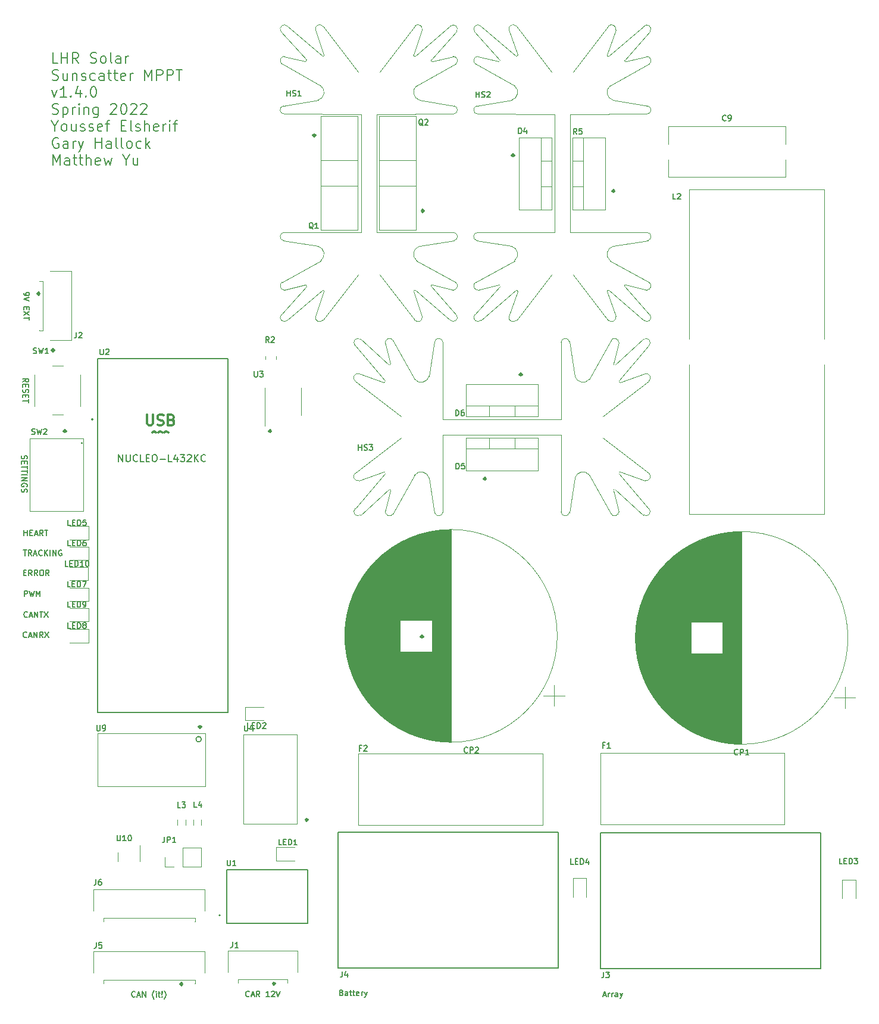
<source format=gto>
%TF.GenerationSoftware,KiCad,Pcbnew,(6.0.1)*%
%TF.CreationDate,2022-02-04T16:06:46-06:00*%
%TF.ProjectId,MPPT,4d505054-2e6b-4696-9361-645f70636258,1.3.0*%
%TF.SameCoordinates,Original*%
%TF.FileFunction,Legend,Top*%
%TF.FilePolarity,Positive*%
%FSLAX46Y46*%
G04 Gerber Fmt 4.6, Leading zero omitted, Abs format (unit mm)*
G04 Created by KiCad (PCBNEW (6.0.1)) date 2022-02-04 16:06:46*
%MOMM*%
%LPD*%
G01*
G04 APERTURE LIST*
%ADD10C,0.150000*%
%ADD11C,0.300000*%
%ADD12C,0.200000*%
%ADD13C,0.120000*%
%ADD14C,0.127000*%
%ADD15C,0.152400*%
G04 APERTURE END LIST*
D10*
X34283095Y-161390714D02*
X34245000Y-161428809D01*
X34130714Y-161466904D01*
X34054523Y-161466904D01*
X33940238Y-161428809D01*
X33864047Y-161352619D01*
X33825952Y-161276428D01*
X33787857Y-161124047D01*
X33787857Y-161009761D01*
X33825952Y-160857380D01*
X33864047Y-160781190D01*
X33940238Y-160705000D01*
X34054523Y-160666904D01*
X34130714Y-160666904D01*
X34245000Y-160705000D01*
X34283095Y-160743095D01*
X34587857Y-161238333D02*
X34968809Y-161238333D01*
X34511666Y-161466904D02*
X34778333Y-160666904D01*
X35045000Y-161466904D01*
X35311666Y-161466904D02*
X35311666Y-160666904D01*
X35768809Y-161466904D01*
X35768809Y-160666904D01*
X36987857Y-161771666D02*
X36949761Y-161733571D01*
X36873571Y-161619285D01*
X36835476Y-161543095D01*
X36797380Y-161428809D01*
X36759285Y-161238333D01*
X36759285Y-161085952D01*
X36797380Y-160895476D01*
X36835476Y-160781190D01*
X36873571Y-160705000D01*
X36949761Y-160590714D01*
X36987857Y-160552619D01*
X37292619Y-161466904D02*
X37292619Y-160933571D01*
X37292619Y-160666904D02*
X37254523Y-160705000D01*
X37292619Y-160743095D01*
X37330714Y-160705000D01*
X37292619Y-160666904D01*
X37292619Y-160743095D01*
X37559285Y-160933571D02*
X37864047Y-160933571D01*
X37673571Y-160666904D02*
X37673571Y-161352619D01*
X37711666Y-161428809D01*
X37787857Y-161466904D01*
X37864047Y-161466904D01*
X38130714Y-161390714D02*
X38168809Y-161428809D01*
X38130714Y-161466904D01*
X38092619Y-161428809D01*
X38130714Y-161390714D01*
X38130714Y-161466904D01*
X38130714Y-161162142D02*
X38092619Y-160705000D01*
X38130714Y-160666904D01*
X38168809Y-160705000D01*
X38130714Y-161162142D01*
X38130714Y-160666904D01*
X38435476Y-161771666D02*
X38473571Y-161733571D01*
X38549761Y-161619285D01*
X38587857Y-161543095D01*
X38625952Y-161428809D01*
X38664047Y-161238333D01*
X38664047Y-161085952D01*
X38625952Y-160895476D01*
X38587857Y-160781190D01*
X38549761Y-160705000D01*
X38473571Y-160590714D01*
X38435476Y-160552619D01*
D11*
X89145000Y-72841428D02*
X89287857Y-72984285D01*
X89145000Y-73127142D01*
X89002142Y-72984285D01*
X89145000Y-72841428D01*
X89145000Y-73127142D01*
D10*
X18955000Y-107445714D02*
X18916904Y-107483809D01*
X18802619Y-107521904D01*
X18726428Y-107521904D01*
X18612142Y-107483809D01*
X18535952Y-107407619D01*
X18497857Y-107331428D01*
X18459761Y-107179047D01*
X18459761Y-107064761D01*
X18497857Y-106912380D01*
X18535952Y-106836190D01*
X18612142Y-106760000D01*
X18726428Y-106721904D01*
X18802619Y-106721904D01*
X18916904Y-106760000D01*
X18955000Y-106798095D01*
X19259761Y-107293333D02*
X19640714Y-107293333D01*
X19183571Y-107521904D02*
X19450238Y-106721904D01*
X19716904Y-107521904D01*
X19983571Y-107521904D02*
X19983571Y-106721904D01*
X20440714Y-107521904D01*
X20440714Y-106721904D01*
X20707380Y-106721904D02*
X21164523Y-106721904D01*
X20935952Y-107521904D02*
X20935952Y-106721904D01*
X21355000Y-106721904D02*
X21888333Y-107521904D01*
X21888333Y-106721904D02*
X21355000Y-107521904D01*
X18156190Y-84534523D02*
X18118095Y-84648809D01*
X18118095Y-84839285D01*
X18156190Y-84915476D01*
X18194285Y-84953571D01*
X18270476Y-84991666D01*
X18346666Y-84991666D01*
X18422857Y-84953571D01*
X18460952Y-84915476D01*
X18499047Y-84839285D01*
X18537142Y-84686904D01*
X18575238Y-84610714D01*
X18613333Y-84572619D01*
X18689523Y-84534523D01*
X18765714Y-84534523D01*
X18841904Y-84572619D01*
X18880000Y-84610714D01*
X18918095Y-84686904D01*
X18918095Y-84877380D01*
X18880000Y-84991666D01*
X18537142Y-85334523D02*
X18537142Y-85601190D01*
X18118095Y-85715476D02*
X18118095Y-85334523D01*
X18918095Y-85334523D01*
X18918095Y-85715476D01*
X18918095Y-85944047D02*
X18918095Y-86401190D01*
X18118095Y-86172619D02*
X18918095Y-86172619D01*
X18918095Y-86553571D02*
X18918095Y-87010714D01*
X18118095Y-86782142D02*
X18918095Y-86782142D01*
X18118095Y-87277380D02*
X18918095Y-87277380D01*
X18118095Y-87658333D02*
X18918095Y-87658333D01*
X18118095Y-88115476D01*
X18918095Y-88115476D01*
X18880000Y-88915476D02*
X18918095Y-88839285D01*
X18918095Y-88725000D01*
X18880000Y-88610714D01*
X18803809Y-88534523D01*
X18727619Y-88496428D01*
X18575238Y-88458333D01*
X18460952Y-88458333D01*
X18308571Y-88496428D01*
X18232380Y-88534523D01*
X18156190Y-88610714D01*
X18118095Y-88725000D01*
X18118095Y-88801190D01*
X18156190Y-88915476D01*
X18194285Y-88953571D01*
X18460952Y-88953571D01*
X18460952Y-88801190D01*
X18156190Y-89258333D02*
X18118095Y-89372619D01*
X18118095Y-89563095D01*
X18156190Y-89639285D01*
X18194285Y-89677380D01*
X18270476Y-89715476D01*
X18346666Y-89715476D01*
X18422857Y-89677380D01*
X18460952Y-89639285D01*
X18499047Y-89563095D01*
X18537142Y-89410714D01*
X18575238Y-89334523D01*
X18613333Y-89296428D01*
X18689523Y-89258333D01*
X18765714Y-89258333D01*
X18841904Y-89296428D01*
X18880000Y-89334523D01*
X18918095Y-89410714D01*
X18918095Y-89601190D01*
X18880000Y-89715476D01*
D11*
X75090000Y-110102428D02*
X75232857Y-110245285D01*
X75090000Y-110388142D01*
X74947142Y-110245285D01*
X75090000Y-110102428D01*
X75090000Y-110388142D01*
X58690000Y-136151428D02*
X58832857Y-136294285D01*
X58690000Y-136437142D01*
X58547142Y-136294285D01*
X58690000Y-136151428D01*
X58690000Y-136437142D01*
D10*
X18486904Y-95916904D02*
X18486904Y-95116904D01*
X18486904Y-95497857D02*
X18944047Y-95497857D01*
X18944047Y-95916904D02*
X18944047Y-95116904D01*
X19325000Y-95497857D02*
X19591666Y-95497857D01*
X19705952Y-95916904D02*
X19325000Y-95916904D01*
X19325000Y-95116904D01*
X19705952Y-95116904D01*
X20010714Y-95688333D02*
X20391666Y-95688333D01*
X19934523Y-95916904D02*
X20201190Y-95116904D01*
X20467857Y-95916904D01*
X21191666Y-95916904D02*
X20925000Y-95535952D01*
X20734523Y-95916904D02*
X20734523Y-95116904D01*
X21039285Y-95116904D01*
X21115476Y-95155000D01*
X21153571Y-95193095D01*
X21191666Y-95269285D01*
X21191666Y-95383571D01*
X21153571Y-95459761D01*
X21115476Y-95497857D01*
X21039285Y-95535952D01*
X20734523Y-95535952D01*
X21420238Y-95116904D02*
X21877380Y-95116904D01*
X21648809Y-95916904D02*
X21648809Y-95116904D01*
D11*
X22615000Y-69416428D02*
X22757857Y-69559285D01*
X22615000Y-69702142D01*
X22472142Y-69559285D01*
X22615000Y-69416428D01*
X22615000Y-69702142D01*
X59755000Y-38866428D02*
X59897857Y-39009285D01*
X59755000Y-39152142D01*
X59612142Y-39009285D01*
X59755000Y-38866428D01*
X59755000Y-39152142D01*
X75215000Y-49601428D02*
X75357857Y-49744285D01*
X75215000Y-49887142D01*
X75072142Y-49744285D01*
X75215000Y-49601428D01*
X75215000Y-49887142D01*
D10*
X100887619Y-161208333D02*
X101268571Y-161208333D01*
X100811428Y-161436904D02*
X101078095Y-160636904D01*
X101344761Y-161436904D01*
X101611428Y-161436904D02*
X101611428Y-160903571D01*
X101611428Y-161055952D02*
X101649523Y-160979761D01*
X101687619Y-160941666D01*
X101763809Y-160903571D01*
X101840000Y-160903571D01*
X102106666Y-161436904D02*
X102106666Y-160903571D01*
X102106666Y-161055952D02*
X102144761Y-160979761D01*
X102182857Y-160941666D01*
X102259047Y-160903571D01*
X102335238Y-160903571D01*
X102944761Y-161436904D02*
X102944761Y-161017857D01*
X102906666Y-160941666D01*
X102830476Y-160903571D01*
X102678095Y-160903571D01*
X102601904Y-160941666D01*
X102944761Y-161398809D02*
X102868571Y-161436904D01*
X102678095Y-161436904D01*
X102601904Y-161398809D01*
X102563809Y-161322619D01*
X102563809Y-161246428D01*
X102601904Y-161170238D01*
X102678095Y-161132142D01*
X102868571Y-161132142D01*
X102944761Y-161094047D01*
X103249523Y-160903571D02*
X103440000Y-161436904D01*
X103630476Y-160903571D02*
X103440000Y-161436904D01*
X103363809Y-161627380D01*
X103325714Y-161665476D01*
X103249523Y-161703571D01*
X18859761Y-110325714D02*
X18821666Y-110363809D01*
X18707380Y-110401904D01*
X18631190Y-110401904D01*
X18516904Y-110363809D01*
X18440714Y-110287619D01*
X18402619Y-110211428D01*
X18364523Y-110059047D01*
X18364523Y-109944761D01*
X18402619Y-109792380D01*
X18440714Y-109716190D01*
X18516904Y-109640000D01*
X18631190Y-109601904D01*
X18707380Y-109601904D01*
X18821666Y-109640000D01*
X18859761Y-109678095D01*
X19164523Y-110173333D02*
X19545476Y-110173333D01*
X19088333Y-110401904D02*
X19355000Y-109601904D01*
X19621666Y-110401904D01*
X19888333Y-110401904D02*
X19888333Y-109601904D01*
X20345476Y-110401904D01*
X20345476Y-109601904D01*
X21183571Y-110401904D02*
X20916904Y-110020952D01*
X20726428Y-110401904D02*
X20726428Y-109601904D01*
X21031190Y-109601904D01*
X21107380Y-109640000D01*
X21145476Y-109678095D01*
X21183571Y-109754285D01*
X21183571Y-109868571D01*
X21145476Y-109944761D01*
X21107380Y-109982857D01*
X21031190Y-110020952D01*
X20726428Y-110020952D01*
X21450238Y-109601904D02*
X21983571Y-110401904D01*
X21983571Y-109601904D02*
X21450238Y-110401904D01*
D11*
X24300000Y-80906428D02*
X24442857Y-81049285D01*
X24300000Y-81192142D01*
X24157142Y-81049285D01*
X24300000Y-80906428D01*
X24300000Y-81192142D01*
D10*
X18526190Y-104531904D02*
X18526190Y-103731904D01*
X18830952Y-103731904D01*
X18907142Y-103770000D01*
X18945238Y-103808095D01*
X18983333Y-103884285D01*
X18983333Y-103998571D01*
X18945238Y-104074761D01*
X18907142Y-104112857D01*
X18830952Y-104150952D01*
X18526190Y-104150952D01*
X19250000Y-103731904D02*
X19440476Y-104531904D01*
X19592857Y-103960476D01*
X19745238Y-104531904D01*
X19935714Y-103731904D01*
X20240476Y-104531904D02*
X20240476Y-103731904D01*
X20507142Y-104303333D01*
X20773809Y-103731904D01*
X20773809Y-104531904D01*
X18379047Y-97941904D02*
X18836190Y-97941904D01*
X18607619Y-98741904D02*
X18607619Y-97941904D01*
X19560000Y-98741904D02*
X19293333Y-98360952D01*
X19102857Y-98741904D02*
X19102857Y-97941904D01*
X19407619Y-97941904D01*
X19483809Y-97980000D01*
X19521904Y-98018095D01*
X19560000Y-98094285D01*
X19560000Y-98208571D01*
X19521904Y-98284761D01*
X19483809Y-98322857D01*
X19407619Y-98360952D01*
X19102857Y-98360952D01*
X19864761Y-98513333D02*
X20245714Y-98513333D01*
X19788571Y-98741904D02*
X20055238Y-97941904D01*
X20321904Y-98741904D01*
X21045714Y-98665714D02*
X21007619Y-98703809D01*
X20893333Y-98741904D01*
X20817142Y-98741904D01*
X20702857Y-98703809D01*
X20626666Y-98627619D01*
X20588571Y-98551428D01*
X20550476Y-98399047D01*
X20550476Y-98284761D01*
X20588571Y-98132380D01*
X20626666Y-98056190D01*
X20702857Y-97980000D01*
X20817142Y-97941904D01*
X20893333Y-97941904D01*
X21007619Y-97980000D01*
X21045714Y-98018095D01*
X21388571Y-98741904D02*
X21388571Y-97941904D01*
X21845714Y-98741904D02*
X21502857Y-98284761D01*
X21845714Y-97941904D02*
X21388571Y-98399047D01*
X22188571Y-98741904D02*
X22188571Y-97941904D01*
X22569523Y-98741904D02*
X22569523Y-97941904D01*
X23026666Y-98741904D01*
X23026666Y-97941904D01*
X23826666Y-97980000D02*
X23750476Y-97941904D01*
X23636190Y-97941904D01*
X23521904Y-97980000D01*
X23445714Y-98056190D01*
X23407619Y-98132380D01*
X23369523Y-98284761D01*
X23369523Y-98399047D01*
X23407619Y-98551428D01*
X23445714Y-98627619D01*
X23521904Y-98703809D01*
X23636190Y-98741904D01*
X23712380Y-98741904D01*
X23826666Y-98703809D01*
X23864761Y-98665714D01*
X23864761Y-98399047D01*
X23712380Y-98399047D01*
D11*
X53480000Y-80901428D02*
X53622857Y-81044285D01*
X53480000Y-81187142D01*
X53337142Y-81044285D01*
X53480000Y-80901428D01*
X53480000Y-81187142D01*
X84035000Y-87666428D02*
X84177857Y-87809285D01*
X84035000Y-87952142D01*
X83892142Y-87809285D01*
X84035000Y-87666428D01*
X84035000Y-87952142D01*
X102330000Y-46766428D02*
X102472857Y-46909285D01*
X102330000Y-47052142D01*
X102187142Y-46909285D01*
X102330000Y-46766428D01*
X102330000Y-47052142D01*
X88035000Y-41691428D02*
X88177857Y-41834285D01*
X88035000Y-41977142D01*
X87892142Y-41834285D01*
X88035000Y-41691428D01*
X88035000Y-41977142D01*
D12*
X23296428Y-28743571D02*
X22582142Y-28743571D01*
X22582142Y-27243571D01*
X23796428Y-28743571D02*
X23796428Y-27243571D01*
X23796428Y-27957857D02*
X24653571Y-27957857D01*
X24653571Y-28743571D02*
X24653571Y-27243571D01*
X26225000Y-28743571D02*
X25725000Y-28029285D01*
X25367857Y-28743571D02*
X25367857Y-27243571D01*
X25939285Y-27243571D01*
X26082142Y-27315000D01*
X26153571Y-27386428D01*
X26225000Y-27529285D01*
X26225000Y-27743571D01*
X26153571Y-27886428D01*
X26082142Y-27957857D01*
X25939285Y-28029285D01*
X25367857Y-28029285D01*
X27939285Y-28672142D02*
X28153571Y-28743571D01*
X28510714Y-28743571D01*
X28653571Y-28672142D01*
X28725000Y-28600714D01*
X28796428Y-28457857D01*
X28796428Y-28315000D01*
X28725000Y-28172142D01*
X28653571Y-28100714D01*
X28510714Y-28029285D01*
X28225000Y-27957857D01*
X28082142Y-27886428D01*
X28010714Y-27815000D01*
X27939285Y-27672142D01*
X27939285Y-27529285D01*
X28010714Y-27386428D01*
X28082142Y-27315000D01*
X28225000Y-27243571D01*
X28582142Y-27243571D01*
X28796428Y-27315000D01*
X29653571Y-28743571D02*
X29510714Y-28672142D01*
X29439285Y-28600714D01*
X29367857Y-28457857D01*
X29367857Y-28029285D01*
X29439285Y-27886428D01*
X29510714Y-27815000D01*
X29653571Y-27743571D01*
X29867857Y-27743571D01*
X30010714Y-27815000D01*
X30082142Y-27886428D01*
X30153571Y-28029285D01*
X30153571Y-28457857D01*
X30082142Y-28600714D01*
X30010714Y-28672142D01*
X29867857Y-28743571D01*
X29653571Y-28743571D01*
X31010714Y-28743571D02*
X30867857Y-28672142D01*
X30796428Y-28529285D01*
X30796428Y-27243571D01*
X32225000Y-28743571D02*
X32225000Y-27957857D01*
X32153571Y-27815000D01*
X32010714Y-27743571D01*
X31725000Y-27743571D01*
X31582142Y-27815000D01*
X32225000Y-28672142D02*
X32082142Y-28743571D01*
X31725000Y-28743571D01*
X31582142Y-28672142D01*
X31510714Y-28529285D01*
X31510714Y-28386428D01*
X31582142Y-28243571D01*
X31725000Y-28172142D01*
X32082142Y-28172142D01*
X32225000Y-28100714D01*
X32939285Y-28743571D02*
X32939285Y-27743571D01*
X32939285Y-28029285D02*
X33010714Y-27886428D01*
X33082142Y-27815000D01*
X33225000Y-27743571D01*
X33367857Y-27743571D01*
X22510714Y-31087142D02*
X22725000Y-31158571D01*
X23082142Y-31158571D01*
X23225000Y-31087142D01*
X23296428Y-31015714D01*
X23367857Y-30872857D01*
X23367857Y-30730000D01*
X23296428Y-30587142D01*
X23225000Y-30515714D01*
X23082142Y-30444285D01*
X22796428Y-30372857D01*
X22653571Y-30301428D01*
X22582142Y-30230000D01*
X22510714Y-30087142D01*
X22510714Y-29944285D01*
X22582142Y-29801428D01*
X22653571Y-29730000D01*
X22796428Y-29658571D01*
X23153571Y-29658571D01*
X23367857Y-29730000D01*
X24653571Y-30158571D02*
X24653571Y-31158571D01*
X24010714Y-30158571D02*
X24010714Y-30944285D01*
X24082142Y-31087142D01*
X24225000Y-31158571D01*
X24439285Y-31158571D01*
X24582142Y-31087142D01*
X24653571Y-31015714D01*
X25367857Y-30158571D02*
X25367857Y-31158571D01*
X25367857Y-30301428D02*
X25439285Y-30230000D01*
X25582142Y-30158571D01*
X25796428Y-30158571D01*
X25939285Y-30230000D01*
X26010714Y-30372857D01*
X26010714Y-31158571D01*
X26653571Y-31087142D02*
X26796428Y-31158571D01*
X27082142Y-31158571D01*
X27225000Y-31087142D01*
X27296428Y-30944285D01*
X27296428Y-30872857D01*
X27225000Y-30730000D01*
X27082142Y-30658571D01*
X26867857Y-30658571D01*
X26725000Y-30587142D01*
X26653571Y-30444285D01*
X26653571Y-30372857D01*
X26725000Y-30230000D01*
X26867857Y-30158571D01*
X27082142Y-30158571D01*
X27225000Y-30230000D01*
X28582142Y-31087142D02*
X28439285Y-31158571D01*
X28153571Y-31158571D01*
X28010714Y-31087142D01*
X27939285Y-31015714D01*
X27867857Y-30872857D01*
X27867857Y-30444285D01*
X27939285Y-30301428D01*
X28010714Y-30230000D01*
X28153571Y-30158571D01*
X28439285Y-30158571D01*
X28582142Y-30230000D01*
X29867857Y-31158571D02*
X29867857Y-30372857D01*
X29796428Y-30230000D01*
X29653571Y-30158571D01*
X29367857Y-30158571D01*
X29225000Y-30230000D01*
X29867857Y-31087142D02*
X29725000Y-31158571D01*
X29367857Y-31158571D01*
X29225000Y-31087142D01*
X29153571Y-30944285D01*
X29153571Y-30801428D01*
X29225000Y-30658571D01*
X29367857Y-30587142D01*
X29725000Y-30587142D01*
X29867857Y-30515714D01*
X30367857Y-30158571D02*
X30939285Y-30158571D01*
X30582142Y-29658571D02*
X30582142Y-30944285D01*
X30653571Y-31087142D01*
X30796428Y-31158571D01*
X30939285Y-31158571D01*
X31225000Y-30158571D02*
X31796428Y-30158571D01*
X31439285Y-29658571D02*
X31439285Y-30944285D01*
X31510714Y-31087142D01*
X31653571Y-31158571D01*
X31796428Y-31158571D01*
X32867857Y-31087142D02*
X32725000Y-31158571D01*
X32439285Y-31158571D01*
X32296428Y-31087142D01*
X32225000Y-30944285D01*
X32225000Y-30372857D01*
X32296428Y-30230000D01*
X32439285Y-30158571D01*
X32725000Y-30158571D01*
X32867857Y-30230000D01*
X32939285Y-30372857D01*
X32939285Y-30515714D01*
X32225000Y-30658571D01*
X33582142Y-31158571D02*
X33582142Y-30158571D01*
X33582142Y-30444285D02*
X33653571Y-30301428D01*
X33725000Y-30230000D01*
X33867857Y-30158571D01*
X34010714Y-30158571D01*
X35653571Y-31158571D02*
X35653571Y-29658571D01*
X36153571Y-30730000D01*
X36653571Y-29658571D01*
X36653571Y-31158571D01*
X37367857Y-31158571D02*
X37367857Y-29658571D01*
X37939285Y-29658571D01*
X38082142Y-29730000D01*
X38153571Y-29801428D01*
X38225000Y-29944285D01*
X38225000Y-30158571D01*
X38153571Y-30301428D01*
X38082142Y-30372857D01*
X37939285Y-30444285D01*
X37367857Y-30444285D01*
X38867857Y-31158571D02*
X38867857Y-29658571D01*
X39439285Y-29658571D01*
X39582142Y-29730000D01*
X39653571Y-29801428D01*
X39725000Y-29944285D01*
X39725000Y-30158571D01*
X39653571Y-30301428D01*
X39582142Y-30372857D01*
X39439285Y-30444285D01*
X38867857Y-30444285D01*
X40153571Y-29658571D02*
X41010714Y-29658571D01*
X40582142Y-31158571D02*
X40582142Y-29658571D01*
X22439285Y-32573571D02*
X22796428Y-33573571D01*
X23153571Y-32573571D01*
X24510714Y-33573571D02*
X23653571Y-33573571D01*
X24082142Y-33573571D02*
X24082142Y-32073571D01*
X23939285Y-32287857D01*
X23796428Y-32430714D01*
X23653571Y-32502142D01*
X25153571Y-33430714D02*
X25225000Y-33502142D01*
X25153571Y-33573571D01*
X25082142Y-33502142D01*
X25153571Y-33430714D01*
X25153571Y-33573571D01*
X26510714Y-32573571D02*
X26510714Y-33573571D01*
X26153571Y-32002142D02*
X25796428Y-33073571D01*
X26725000Y-33073571D01*
X27296428Y-33430714D02*
X27367857Y-33502142D01*
X27296428Y-33573571D01*
X27225000Y-33502142D01*
X27296428Y-33430714D01*
X27296428Y-33573571D01*
X28296428Y-32073571D02*
X28439285Y-32073571D01*
X28582142Y-32145000D01*
X28653571Y-32216428D01*
X28725000Y-32359285D01*
X28796428Y-32645000D01*
X28796428Y-33002142D01*
X28725000Y-33287857D01*
X28653571Y-33430714D01*
X28582142Y-33502142D01*
X28439285Y-33573571D01*
X28296428Y-33573571D01*
X28153571Y-33502142D01*
X28082142Y-33430714D01*
X28010714Y-33287857D01*
X27939285Y-33002142D01*
X27939285Y-32645000D01*
X28010714Y-32359285D01*
X28082142Y-32216428D01*
X28153571Y-32145000D01*
X28296428Y-32073571D01*
X22510714Y-35917142D02*
X22725000Y-35988571D01*
X23082142Y-35988571D01*
X23225000Y-35917142D01*
X23296428Y-35845714D01*
X23367857Y-35702857D01*
X23367857Y-35560000D01*
X23296428Y-35417142D01*
X23225000Y-35345714D01*
X23082142Y-35274285D01*
X22796428Y-35202857D01*
X22653571Y-35131428D01*
X22582142Y-35060000D01*
X22510714Y-34917142D01*
X22510714Y-34774285D01*
X22582142Y-34631428D01*
X22653571Y-34560000D01*
X22796428Y-34488571D01*
X23153571Y-34488571D01*
X23367857Y-34560000D01*
X24010714Y-34988571D02*
X24010714Y-36488571D01*
X24010714Y-35060000D02*
X24153571Y-34988571D01*
X24439285Y-34988571D01*
X24582142Y-35060000D01*
X24653571Y-35131428D01*
X24725000Y-35274285D01*
X24725000Y-35702857D01*
X24653571Y-35845714D01*
X24582142Y-35917142D01*
X24439285Y-35988571D01*
X24153571Y-35988571D01*
X24010714Y-35917142D01*
X25367857Y-35988571D02*
X25367857Y-34988571D01*
X25367857Y-35274285D02*
X25439285Y-35131428D01*
X25510714Y-35060000D01*
X25653571Y-34988571D01*
X25796428Y-34988571D01*
X26296428Y-35988571D02*
X26296428Y-34988571D01*
X26296428Y-34488571D02*
X26225000Y-34560000D01*
X26296428Y-34631428D01*
X26367857Y-34560000D01*
X26296428Y-34488571D01*
X26296428Y-34631428D01*
X27010714Y-34988571D02*
X27010714Y-35988571D01*
X27010714Y-35131428D02*
X27082142Y-35060000D01*
X27225000Y-34988571D01*
X27439285Y-34988571D01*
X27582142Y-35060000D01*
X27653571Y-35202857D01*
X27653571Y-35988571D01*
X29010714Y-34988571D02*
X29010714Y-36202857D01*
X28939285Y-36345714D01*
X28867857Y-36417142D01*
X28725000Y-36488571D01*
X28510714Y-36488571D01*
X28367857Y-36417142D01*
X29010714Y-35917142D02*
X28867857Y-35988571D01*
X28582142Y-35988571D01*
X28439285Y-35917142D01*
X28367857Y-35845714D01*
X28296428Y-35702857D01*
X28296428Y-35274285D01*
X28367857Y-35131428D01*
X28439285Y-35060000D01*
X28582142Y-34988571D01*
X28867857Y-34988571D01*
X29010714Y-35060000D01*
X30796428Y-34631428D02*
X30867857Y-34560000D01*
X31010714Y-34488571D01*
X31367857Y-34488571D01*
X31510714Y-34560000D01*
X31582142Y-34631428D01*
X31653571Y-34774285D01*
X31653571Y-34917142D01*
X31582142Y-35131428D01*
X30725000Y-35988571D01*
X31653571Y-35988571D01*
X32582142Y-34488571D02*
X32725000Y-34488571D01*
X32867857Y-34560000D01*
X32939285Y-34631428D01*
X33010714Y-34774285D01*
X33082142Y-35060000D01*
X33082142Y-35417142D01*
X33010714Y-35702857D01*
X32939285Y-35845714D01*
X32867857Y-35917142D01*
X32725000Y-35988571D01*
X32582142Y-35988571D01*
X32439285Y-35917142D01*
X32367857Y-35845714D01*
X32296428Y-35702857D01*
X32225000Y-35417142D01*
X32225000Y-35060000D01*
X32296428Y-34774285D01*
X32367857Y-34631428D01*
X32439285Y-34560000D01*
X32582142Y-34488571D01*
X33653571Y-34631428D02*
X33725000Y-34560000D01*
X33867857Y-34488571D01*
X34225000Y-34488571D01*
X34367857Y-34560000D01*
X34439285Y-34631428D01*
X34510714Y-34774285D01*
X34510714Y-34917142D01*
X34439285Y-35131428D01*
X33582142Y-35988571D01*
X34510714Y-35988571D01*
X35082142Y-34631428D02*
X35153571Y-34560000D01*
X35296428Y-34488571D01*
X35653571Y-34488571D01*
X35796428Y-34560000D01*
X35867857Y-34631428D01*
X35939285Y-34774285D01*
X35939285Y-34917142D01*
X35867857Y-35131428D01*
X35010714Y-35988571D01*
X35939285Y-35988571D01*
X22867857Y-37689285D02*
X22867857Y-38403571D01*
X22367857Y-36903571D02*
X22867857Y-37689285D01*
X23367857Y-36903571D01*
X24082142Y-38403571D02*
X23939285Y-38332142D01*
X23867857Y-38260714D01*
X23796428Y-38117857D01*
X23796428Y-37689285D01*
X23867857Y-37546428D01*
X23939285Y-37475000D01*
X24082142Y-37403571D01*
X24296428Y-37403571D01*
X24439285Y-37475000D01*
X24510714Y-37546428D01*
X24582142Y-37689285D01*
X24582142Y-38117857D01*
X24510714Y-38260714D01*
X24439285Y-38332142D01*
X24296428Y-38403571D01*
X24082142Y-38403571D01*
X25867857Y-37403571D02*
X25867857Y-38403571D01*
X25225000Y-37403571D02*
X25225000Y-38189285D01*
X25296428Y-38332142D01*
X25439285Y-38403571D01*
X25653571Y-38403571D01*
X25796428Y-38332142D01*
X25867857Y-38260714D01*
X26510714Y-38332142D02*
X26653571Y-38403571D01*
X26939285Y-38403571D01*
X27082142Y-38332142D01*
X27153571Y-38189285D01*
X27153571Y-38117857D01*
X27082142Y-37975000D01*
X26939285Y-37903571D01*
X26725000Y-37903571D01*
X26582142Y-37832142D01*
X26510714Y-37689285D01*
X26510714Y-37617857D01*
X26582142Y-37475000D01*
X26725000Y-37403571D01*
X26939285Y-37403571D01*
X27082142Y-37475000D01*
X27725000Y-38332142D02*
X27867857Y-38403571D01*
X28153571Y-38403571D01*
X28296428Y-38332142D01*
X28367857Y-38189285D01*
X28367857Y-38117857D01*
X28296428Y-37975000D01*
X28153571Y-37903571D01*
X27939285Y-37903571D01*
X27796428Y-37832142D01*
X27725000Y-37689285D01*
X27725000Y-37617857D01*
X27796428Y-37475000D01*
X27939285Y-37403571D01*
X28153571Y-37403571D01*
X28296428Y-37475000D01*
X29582142Y-38332142D02*
X29439285Y-38403571D01*
X29153571Y-38403571D01*
X29010714Y-38332142D01*
X28939285Y-38189285D01*
X28939285Y-37617857D01*
X29010714Y-37475000D01*
X29153571Y-37403571D01*
X29439285Y-37403571D01*
X29582142Y-37475000D01*
X29653571Y-37617857D01*
X29653571Y-37760714D01*
X28939285Y-37903571D01*
X30082142Y-37403571D02*
X30653571Y-37403571D01*
X30296428Y-38403571D02*
X30296428Y-37117857D01*
X30367857Y-36975000D01*
X30510714Y-36903571D01*
X30653571Y-36903571D01*
X32296428Y-37617857D02*
X32796428Y-37617857D01*
X33010714Y-38403571D02*
X32296428Y-38403571D01*
X32296428Y-36903571D01*
X33010714Y-36903571D01*
X33867857Y-38403571D02*
X33725000Y-38332142D01*
X33653571Y-38189285D01*
X33653571Y-36903571D01*
X34367857Y-38332142D02*
X34510714Y-38403571D01*
X34796428Y-38403571D01*
X34939285Y-38332142D01*
X35010714Y-38189285D01*
X35010714Y-38117857D01*
X34939285Y-37975000D01*
X34796428Y-37903571D01*
X34582142Y-37903571D01*
X34439285Y-37832142D01*
X34367857Y-37689285D01*
X34367857Y-37617857D01*
X34439285Y-37475000D01*
X34582142Y-37403571D01*
X34796428Y-37403571D01*
X34939285Y-37475000D01*
X35653571Y-38403571D02*
X35653571Y-36903571D01*
X36296428Y-38403571D02*
X36296428Y-37617857D01*
X36225000Y-37475000D01*
X36082142Y-37403571D01*
X35867857Y-37403571D01*
X35725000Y-37475000D01*
X35653571Y-37546428D01*
X37582142Y-38332142D02*
X37439285Y-38403571D01*
X37153571Y-38403571D01*
X37010714Y-38332142D01*
X36939285Y-38189285D01*
X36939285Y-37617857D01*
X37010714Y-37475000D01*
X37153571Y-37403571D01*
X37439285Y-37403571D01*
X37582142Y-37475000D01*
X37653571Y-37617857D01*
X37653571Y-37760714D01*
X36939285Y-37903571D01*
X38296428Y-38403571D02*
X38296428Y-37403571D01*
X38296428Y-37689285D02*
X38367857Y-37546428D01*
X38439285Y-37475000D01*
X38582142Y-37403571D01*
X38725000Y-37403571D01*
X39225000Y-38403571D02*
X39225000Y-37403571D01*
X39225000Y-36903571D02*
X39153571Y-36975000D01*
X39225000Y-37046428D01*
X39296428Y-36975000D01*
X39225000Y-36903571D01*
X39225000Y-37046428D01*
X39725000Y-37403571D02*
X40296428Y-37403571D01*
X39939285Y-38403571D02*
X39939285Y-37117857D01*
X40010714Y-36975000D01*
X40153571Y-36903571D01*
X40296428Y-36903571D01*
X23367857Y-39390000D02*
X23225000Y-39318571D01*
X23010714Y-39318571D01*
X22796428Y-39390000D01*
X22653571Y-39532857D01*
X22582142Y-39675714D01*
X22510714Y-39961428D01*
X22510714Y-40175714D01*
X22582142Y-40461428D01*
X22653571Y-40604285D01*
X22796428Y-40747142D01*
X23010714Y-40818571D01*
X23153571Y-40818571D01*
X23367857Y-40747142D01*
X23439285Y-40675714D01*
X23439285Y-40175714D01*
X23153571Y-40175714D01*
X24725000Y-40818571D02*
X24725000Y-40032857D01*
X24653571Y-39890000D01*
X24510714Y-39818571D01*
X24225000Y-39818571D01*
X24082142Y-39890000D01*
X24725000Y-40747142D02*
X24582142Y-40818571D01*
X24225000Y-40818571D01*
X24082142Y-40747142D01*
X24010714Y-40604285D01*
X24010714Y-40461428D01*
X24082142Y-40318571D01*
X24225000Y-40247142D01*
X24582142Y-40247142D01*
X24725000Y-40175714D01*
X25439285Y-40818571D02*
X25439285Y-39818571D01*
X25439285Y-40104285D02*
X25510714Y-39961428D01*
X25582142Y-39890000D01*
X25725000Y-39818571D01*
X25867857Y-39818571D01*
X26225000Y-39818571D02*
X26582142Y-40818571D01*
X26939285Y-39818571D02*
X26582142Y-40818571D01*
X26439285Y-41175714D01*
X26367857Y-41247142D01*
X26225000Y-41318571D01*
X28653571Y-40818571D02*
X28653571Y-39318571D01*
X28653571Y-40032857D02*
X29510714Y-40032857D01*
X29510714Y-40818571D02*
X29510714Y-39318571D01*
X30867857Y-40818571D02*
X30867857Y-40032857D01*
X30796428Y-39890000D01*
X30653571Y-39818571D01*
X30367857Y-39818571D01*
X30225000Y-39890000D01*
X30867857Y-40747142D02*
X30725000Y-40818571D01*
X30367857Y-40818571D01*
X30225000Y-40747142D01*
X30153571Y-40604285D01*
X30153571Y-40461428D01*
X30225000Y-40318571D01*
X30367857Y-40247142D01*
X30725000Y-40247142D01*
X30867857Y-40175714D01*
X31796428Y-40818571D02*
X31653571Y-40747142D01*
X31582142Y-40604285D01*
X31582142Y-39318571D01*
X32582142Y-40818571D02*
X32439285Y-40747142D01*
X32367857Y-40604285D01*
X32367857Y-39318571D01*
X33367857Y-40818571D02*
X33225000Y-40747142D01*
X33153571Y-40675714D01*
X33082142Y-40532857D01*
X33082142Y-40104285D01*
X33153571Y-39961428D01*
X33225000Y-39890000D01*
X33367857Y-39818571D01*
X33582142Y-39818571D01*
X33725000Y-39890000D01*
X33796428Y-39961428D01*
X33867857Y-40104285D01*
X33867857Y-40532857D01*
X33796428Y-40675714D01*
X33725000Y-40747142D01*
X33582142Y-40818571D01*
X33367857Y-40818571D01*
X35153571Y-40747142D02*
X35010714Y-40818571D01*
X34725000Y-40818571D01*
X34582142Y-40747142D01*
X34510714Y-40675714D01*
X34439285Y-40532857D01*
X34439285Y-40104285D01*
X34510714Y-39961428D01*
X34582142Y-39890000D01*
X34725000Y-39818571D01*
X35010714Y-39818571D01*
X35153571Y-39890000D01*
X35796428Y-40818571D02*
X35796428Y-39318571D01*
X35939285Y-40247142D02*
X36367857Y-40818571D01*
X36367857Y-39818571D02*
X35796428Y-40390000D01*
X22582142Y-43233571D02*
X22582142Y-41733571D01*
X23082142Y-42805000D01*
X23582142Y-41733571D01*
X23582142Y-43233571D01*
X24939285Y-43233571D02*
X24939285Y-42447857D01*
X24867857Y-42305000D01*
X24725000Y-42233571D01*
X24439285Y-42233571D01*
X24296428Y-42305000D01*
X24939285Y-43162142D02*
X24796428Y-43233571D01*
X24439285Y-43233571D01*
X24296428Y-43162142D01*
X24225000Y-43019285D01*
X24225000Y-42876428D01*
X24296428Y-42733571D01*
X24439285Y-42662142D01*
X24796428Y-42662142D01*
X24939285Y-42590714D01*
X25439285Y-42233571D02*
X26010714Y-42233571D01*
X25653571Y-41733571D02*
X25653571Y-43019285D01*
X25725000Y-43162142D01*
X25867857Y-43233571D01*
X26010714Y-43233571D01*
X26296428Y-42233571D02*
X26867857Y-42233571D01*
X26510714Y-41733571D02*
X26510714Y-43019285D01*
X26582142Y-43162142D01*
X26725000Y-43233571D01*
X26867857Y-43233571D01*
X27367857Y-43233571D02*
X27367857Y-41733571D01*
X28010714Y-43233571D02*
X28010714Y-42447857D01*
X27939285Y-42305000D01*
X27796428Y-42233571D01*
X27582142Y-42233571D01*
X27439285Y-42305000D01*
X27367857Y-42376428D01*
X29296428Y-43162142D02*
X29153571Y-43233571D01*
X28867857Y-43233571D01*
X28725000Y-43162142D01*
X28653571Y-43019285D01*
X28653571Y-42447857D01*
X28725000Y-42305000D01*
X28867857Y-42233571D01*
X29153571Y-42233571D01*
X29296428Y-42305000D01*
X29367857Y-42447857D01*
X29367857Y-42590714D01*
X28653571Y-42733571D01*
X29867857Y-42233571D02*
X30153571Y-43233571D01*
X30439285Y-42519285D01*
X30725000Y-43233571D01*
X31010714Y-42233571D01*
X33010714Y-42519285D02*
X33010714Y-43233571D01*
X32510714Y-41733571D02*
X33010714Y-42519285D01*
X33510714Y-41733571D01*
X34653571Y-42233571D02*
X34653571Y-43233571D01*
X34010714Y-42233571D02*
X34010714Y-43019285D01*
X34082142Y-43162142D01*
X34225000Y-43233571D01*
X34439285Y-43233571D01*
X34582142Y-43162142D01*
X34653571Y-43090714D01*
D11*
X43510000Y-122941428D02*
X43652857Y-123084285D01*
X43510000Y-123227142D01*
X43367142Y-123084285D01*
X43510000Y-122941428D01*
X43510000Y-123227142D01*
D10*
X31952759Y-85389670D02*
X31952759Y-84389670D01*
X32524188Y-85389670D01*
X32524188Y-84389670D01*
X33000378Y-84389670D02*
X33000378Y-85199194D01*
X33047997Y-85294432D01*
X33095617Y-85342051D01*
X33190855Y-85389670D01*
X33381331Y-85389670D01*
X33476569Y-85342051D01*
X33524188Y-85294432D01*
X33571807Y-85199194D01*
X33571807Y-84389670D01*
X34619426Y-85294432D02*
X34571807Y-85342051D01*
X34428950Y-85389670D01*
X34333712Y-85389670D01*
X34190855Y-85342051D01*
X34095617Y-85246813D01*
X34047997Y-85151575D01*
X34000378Y-84961099D01*
X34000378Y-84818242D01*
X34047997Y-84627766D01*
X34095617Y-84532528D01*
X34190855Y-84437290D01*
X34333712Y-84389670D01*
X34428950Y-84389670D01*
X34571807Y-84437290D01*
X34619426Y-84484909D01*
X35524188Y-85389670D02*
X35047997Y-85389670D01*
X35047997Y-84389670D01*
X35857521Y-84865861D02*
X36190855Y-84865861D01*
X36333712Y-85389670D02*
X35857521Y-85389670D01*
X35857521Y-84389670D01*
X36333712Y-84389670D01*
X36952759Y-84389670D02*
X37143236Y-84389670D01*
X37238474Y-84437290D01*
X37333712Y-84532528D01*
X37381331Y-84723004D01*
X37381331Y-85056337D01*
X37333712Y-85246813D01*
X37238474Y-85342051D01*
X37143236Y-85389670D01*
X36952759Y-85389670D01*
X36857521Y-85342051D01*
X36762283Y-85246813D01*
X36714664Y-85056337D01*
X36714664Y-84723004D01*
X36762283Y-84532528D01*
X36857521Y-84437290D01*
X36952759Y-84389670D01*
X37809902Y-85008718D02*
X38571807Y-85008718D01*
X39524188Y-85389670D02*
X39047997Y-85389670D01*
X39047997Y-84389670D01*
X40286093Y-84723004D02*
X40286093Y-85389670D01*
X40047997Y-84342051D02*
X39809902Y-85056337D01*
X40428950Y-85056337D01*
X40714664Y-84389670D02*
X41333712Y-84389670D01*
X41000378Y-84770623D01*
X41143236Y-84770623D01*
X41238474Y-84818242D01*
X41286093Y-84865861D01*
X41333712Y-84961099D01*
X41333712Y-85199194D01*
X41286093Y-85294432D01*
X41238474Y-85342051D01*
X41143236Y-85389670D01*
X40857521Y-85389670D01*
X40762283Y-85342051D01*
X40714664Y-85294432D01*
X41714664Y-84484909D02*
X41762283Y-84437290D01*
X41857521Y-84389670D01*
X42095617Y-84389670D01*
X42190855Y-84437290D01*
X42238474Y-84484909D01*
X42286093Y-84580147D01*
X42286093Y-84675385D01*
X42238474Y-84818242D01*
X41667045Y-85389670D01*
X42286093Y-85389670D01*
X42714664Y-85389670D02*
X42714664Y-84389670D01*
X43286093Y-85389670D02*
X42857521Y-84818242D01*
X43286093Y-84389670D02*
X42714664Y-84961099D01*
X44286093Y-85294432D02*
X44238474Y-85342051D01*
X44095617Y-85389670D01*
X44000378Y-85389670D01*
X43857521Y-85342051D01*
X43762283Y-85246813D01*
X43714664Y-85151575D01*
X43667045Y-84961099D01*
X43667045Y-84818242D01*
X43714664Y-84627766D01*
X43762283Y-84532528D01*
X43857521Y-84437290D01*
X44000378Y-84389670D01*
X44095617Y-84389670D01*
X44238474Y-84437290D01*
X44286093Y-84484909D01*
X63642857Y-160842857D02*
X63757142Y-160880952D01*
X63795238Y-160919047D01*
X63833333Y-160995238D01*
X63833333Y-161109523D01*
X63795238Y-161185714D01*
X63757142Y-161223809D01*
X63680952Y-161261904D01*
X63376190Y-161261904D01*
X63376190Y-160461904D01*
X63642857Y-160461904D01*
X63719047Y-160500000D01*
X63757142Y-160538095D01*
X63795238Y-160614285D01*
X63795238Y-160690476D01*
X63757142Y-160766666D01*
X63719047Y-160804761D01*
X63642857Y-160842857D01*
X63376190Y-160842857D01*
X64519047Y-161261904D02*
X64519047Y-160842857D01*
X64480952Y-160766666D01*
X64404761Y-160728571D01*
X64252380Y-160728571D01*
X64176190Y-160766666D01*
X64519047Y-161223809D02*
X64442857Y-161261904D01*
X64252380Y-161261904D01*
X64176190Y-161223809D01*
X64138095Y-161147619D01*
X64138095Y-161071428D01*
X64176190Y-160995238D01*
X64252380Y-160957142D01*
X64442857Y-160957142D01*
X64519047Y-160919047D01*
X64785714Y-160728571D02*
X65090476Y-160728571D01*
X64900000Y-160461904D02*
X64900000Y-161147619D01*
X64938095Y-161223809D01*
X65014285Y-161261904D01*
X65090476Y-161261904D01*
X65242857Y-160728571D02*
X65547619Y-160728571D01*
X65357142Y-160461904D02*
X65357142Y-161147619D01*
X65395238Y-161223809D01*
X65471428Y-161261904D01*
X65547619Y-161261904D01*
X66119047Y-161223809D02*
X66042857Y-161261904D01*
X65890476Y-161261904D01*
X65814285Y-161223809D01*
X65776190Y-161147619D01*
X65776190Y-160842857D01*
X65814285Y-160766666D01*
X65890476Y-160728571D01*
X66042857Y-160728571D01*
X66119047Y-160766666D01*
X66157142Y-160842857D01*
X66157142Y-160919047D01*
X65776190Y-160995238D01*
X66500000Y-161261904D02*
X66500000Y-160728571D01*
X66500000Y-160880952D02*
X66538095Y-160804761D01*
X66576190Y-160766666D01*
X66652380Y-160728571D01*
X66728571Y-160728571D01*
X66919047Y-160728571D02*
X67109523Y-161261904D01*
X67300000Y-160728571D02*
X67109523Y-161261904D01*
X67033333Y-161452380D01*
X66995238Y-161490476D01*
X66919047Y-161528571D01*
X18418095Y-61392380D02*
X18418095Y-61544761D01*
X18456190Y-61620952D01*
X18494285Y-61659047D01*
X18608571Y-61735238D01*
X18760952Y-61773333D01*
X19065714Y-61773333D01*
X19141904Y-61735238D01*
X19180000Y-61697142D01*
X19218095Y-61620952D01*
X19218095Y-61468571D01*
X19180000Y-61392380D01*
X19141904Y-61354285D01*
X19065714Y-61316190D01*
X18875238Y-61316190D01*
X18799047Y-61354285D01*
X18760952Y-61392380D01*
X18722857Y-61468571D01*
X18722857Y-61620952D01*
X18760952Y-61697142D01*
X18799047Y-61735238D01*
X18875238Y-61773333D01*
X19218095Y-62001904D02*
X18418095Y-62268571D01*
X19218095Y-62535238D01*
X18837142Y-63411428D02*
X18837142Y-63678095D01*
X18418095Y-63792380D02*
X18418095Y-63411428D01*
X19218095Y-63411428D01*
X19218095Y-63792380D01*
X19218095Y-64059047D02*
X18418095Y-64592380D01*
X19218095Y-64592380D02*
X18418095Y-64059047D01*
X19218095Y-64782857D02*
X19218095Y-65240000D01*
X18418095Y-65011428D02*
X19218095Y-65011428D01*
D11*
X35962142Y-78721071D02*
X35962142Y-79935357D01*
X36033571Y-80078214D01*
X36105000Y-80149642D01*
X36247857Y-80221071D01*
X36533571Y-80221071D01*
X36676428Y-80149642D01*
X36747857Y-80078214D01*
X36819285Y-79935357D01*
X36819285Y-78721071D01*
X37462142Y-80149642D02*
X37676428Y-80221071D01*
X38033571Y-80221071D01*
X38176428Y-80149642D01*
X38247857Y-80078214D01*
X38319285Y-79935357D01*
X38319285Y-79792500D01*
X38247857Y-79649642D01*
X38176428Y-79578214D01*
X38033571Y-79506785D01*
X37747857Y-79435357D01*
X37605000Y-79363928D01*
X37533571Y-79292500D01*
X37462142Y-79149642D01*
X37462142Y-79006785D01*
X37533571Y-78863928D01*
X37605000Y-78792500D01*
X37747857Y-78721071D01*
X38105000Y-78721071D01*
X38319285Y-78792500D01*
X39462142Y-79435357D02*
X39676428Y-79506785D01*
X39747857Y-79578214D01*
X39819285Y-79721071D01*
X39819285Y-79935357D01*
X39747857Y-80078214D01*
X39676428Y-80149642D01*
X39533571Y-80221071D01*
X38962142Y-80221071D01*
X38962142Y-78721071D01*
X39462142Y-78721071D01*
X39605000Y-78792500D01*
X39676428Y-78863928D01*
X39747857Y-79006785D01*
X39747857Y-79149642D01*
X39676428Y-79292500D01*
X39605000Y-79363928D01*
X39462142Y-79435357D01*
X38962142Y-79435357D01*
X36712142Y-81278928D02*
X36997857Y-81064642D01*
X37283571Y-81278928D01*
X37569285Y-81278928D02*
X37855000Y-81064642D01*
X38140714Y-81278928D01*
X38426428Y-81278928D02*
X38712142Y-81064642D01*
X38997857Y-81278928D01*
D10*
X18424523Y-101157857D02*
X18691190Y-101157857D01*
X18805476Y-101576904D02*
X18424523Y-101576904D01*
X18424523Y-100776904D01*
X18805476Y-100776904D01*
X19605476Y-101576904D02*
X19338809Y-101195952D01*
X19148333Y-101576904D02*
X19148333Y-100776904D01*
X19453095Y-100776904D01*
X19529285Y-100815000D01*
X19567380Y-100853095D01*
X19605476Y-100929285D01*
X19605476Y-101043571D01*
X19567380Y-101119761D01*
X19529285Y-101157857D01*
X19453095Y-101195952D01*
X19148333Y-101195952D01*
X20405476Y-101576904D02*
X20138809Y-101195952D01*
X19948333Y-101576904D02*
X19948333Y-100776904D01*
X20253095Y-100776904D01*
X20329285Y-100815000D01*
X20367380Y-100853095D01*
X20405476Y-100929285D01*
X20405476Y-101043571D01*
X20367380Y-101119761D01*
X20329285Y-101157857D01*
X20253095Y-101195952D01*
X19948333Y-101195952D01*
X20900714Y-100776904D02*
X21053095Y-100776904D01*
X21129285Y-100815000D01*
X21205476Y-100891190D01*
X21243571Y-101043571D01*
X21243571Y-101310238D01*
X21205476Y-101462619D01*
X21129285Y-101538809D01*
X21053095Y-101576904D01*
X20900714Y-101576904D01*
X20824523Y-101538809D01*
X20748333Y-101462619D01*
X20710238Y-101310238D01*
X20710238Y-101043571D01*
X20748333Y-100891190D01*
X20824523Y-100815000D01*
X20900714Y-100776904D01*
X22043571Y-101576904D02*
X21776904Y-101195952D01*
X21586428Y-101576904D02*
X21586428Y-100776904D01*
X21891190Y-100776904D01*
X21967380Y-100815000D01*
X22005476Y-100853095D01*
X22043571Y-100929285D01*
X22043571Y-101043571D01*
X22005476Y-101119761D01*
X21967380Y-101157857D01*
X21891190Y-101195952D01*
X21586428Y-101195952D01*
X18323095Y-74073095D02*
X18704047Y-73806428D01*
X18323095Y-73615952D02*
X19123095Y-73615952D01*
X19123095Y-73920714D01*
X19085000Y-73996904D01*
X19046904Y-74035000D01*
X18970714Y-74073095D01*
X18856428Y-74073095D01*
X18780238Y-74035000D01*
X18742142Y-73996904D01*
X18704047Y-73920714D01*
X18704047Y-73615952D01*
X18742142Y-74415952D02*
X18742142Y-74682619D01*
X18323095Y-74796904D02*
X18323095Y-74415952D01*
X19123095Y-74415952D01*
X19123095Y-74796904D01*
X18361190Y-75101666D02*
X18323095Y-75215952D01*
X18323095Y-75406428D01*
X18361190Y-75482619D01*
X18399285Y-75520714D01*
X18475476Y-75558809D01*
X18551666Y-75558809D01*
X18627857Y-75520714D01*
X18665952Y-75482619D01*
X18704047Y-75406428D01*
X18742142Y-75254047D01*
X18780238Y-75177857D01*
X18818333Y-75139761D01*
X18894523Y-75101666D01*
X18970714Y-75101666D01*
X19046904Y-75139761D01*
X19085000Y-75177857D01*
X19123095Y-75254047D01*
X19123095Y-75444523D01*
X19085000Y-75558809D01*
X18742142Y-75901666D02*
X18742142Y-76168333D01*
X18323095Y-76282619D02*
X18323095Y-75901666D01*
X19123095Y-75901666D01*
X19123095Y-76282619D01*
X19123095Y-76511190D02*
X19123095Y-76968333D01*
X18323095Y-76739761D02*
X19123095Y-76739761D01*
D11*
X112455000Y-110361428D02*
X112597857Y-110504285D01*
X112455000Y-110647142D01*
X112312142Y-110504285D01*
X112455000Y-110361428D01*
X112455000Y-110647142D01*
X54035000Y-159431428D02*
X54177857Y-159574285D01*
X54035000Y-159717142D01*
X53892142Y-159574285D01*
X54035000Y-159431428D01*
X54035000Y-159717142D01*
X40850000Y-159491428D02*
X40992857Y-159634285D01*
X40850000Y-159777142D01*
X40707142Y-159634285D01*
X40850000Y-159491428D01*
X40850000Y-159777142D01*
X20545000Y-61381428D02*
X20687857Y-61524285D01*
X20545000Y-61667142D01*
X20402142Y-61524285D01*
X20545000Y-61381428D01*
X20545000Y-61667142D01*
D10*
X50530238Y-161350714D02*
X50492142Y-161388809D01*
X50377857Y-161426904D01*
X50301666Y-161426904D01*
X50187380Y-161388809D01*
X50111190Y-161312619D01*
X50073095Y-161236428D01*
X50035000Y-161084047D01*
X50035000Y-160969761D01*
X50073095Y-160817380D01*
X50111190Y-160741190D01*
X50187380Y-160665000D01*
X50301666Y-160626904D01*
X50377857Y-160626904D01*
X50492142Y-160665000D01*
X50530238Y-160703095D01*
X50835000Y-161198333D02*
X51215952Y-161198333D01*
X50758809Y-161426904D02*
X51025476Y-160626904D01*
X51292142Y-161426904D01*
X52015952Y-161426904D02*
X51749285Y-161045952D01*
X51558809Y-161426904D02*
X51558809Y-160626904D01*
X51863571Y-160626904D01*
X51939761Y-160665000D01*
X51977857Y-160703095D01*
X52015952Y-160779285D01*
X52015952Y-160893571D01*
X51977857Y-160969761D01*
X51939761Y-161007857D01*
X51863571Y-161045952D01*
X51558809Y-161045952D01*
X53387380Y-161426904D02*
X52930238Y-161426904D01*
X53158809Y-161426904D02*
X53158809Y-160626904D01*
X53082619Y-160741190D01*
X53006428Y-160817380D01*
X52930238Y-160855476D01*
X53692142Y-160703095D02*
X53730238Y-160665000D01*
X53806428Y-160626904D01*
X53996904Y-160626904D01*
X54073095Y-160665000D01*
X54111190Y-160703095D01*
X54149285Y-160779285D01*
X54149285Y-160855476D01*
X54111190Y-160969761D01*
X53654047Y-161426904D01*
X54149285Y-161426904D01*
X54377857Y-160626904D02*
X54644523Y-161426904D01*
X54911190Y-160626904D01*
%TO.C,J2*%
X25943333Y-66986904D02*
X25943333Y-67558333D01*
X25905238Y-67672619D01*
X25829047Y-67748809D01*
X25714761Y-67786904D01*
X25638571Y-67786904D01*
X26286190Y-67063095D02*
X26324285Y-67025000D01*
X26400476Y-66986904D01*
X26590952Y-66986904D01*
X26667142Y-67025000D01*
X26705238Y-67063095D01*
X26743333Y-67139285D01*
X26743333Y-67215476D01*
X26705238Y-67329761D01*
X26248095Y-67786904D01*
X26743333Y-67786904D01*
%TO.C,J3*%
X100953333Y-157930904D02*
X100953333Y-158502333D01*
X100915238Y-158616619D01*
X100839047Y-158692809D01*
X100724761Y-158730904D01*
X100648571Y-158730904D01*
X101258095Y-157930904D02*
X101753333Y-157930904D01*
X101486666Y-158235666D01*
X101600952Y-158235666D01*
X101677142Y-158273761D01*
X101715238Y-158311857D01*
X101753333Y-158388047D01*
X101753333Y-158578523D01*
X101715238Y-158654714D01*
X101677142Y-158692809D01*
X101600952Y-158730904D01*
X101372380Y-158730904D01*
X101296190Y-158692809D01*
X101258095Y-158654714D01*
%TO.C,J6*%
X28723333Y-144771904D02*
X28723333Y-145343333D01*
X28685238Y-145457619D01*
X28609047Y-145533809D01*
X28494761Y-145571904D01*
X28418571Y-145571904D01*
X29447142Y-144771904D02*
X29294761Y-144771904D01*
X29218571Y-144810000D01*
X29180476Y-144848095D01*
X29104285Y-144962380D01*
X29066190Y-145114761D01*
X29066190Y-145419523D01*
X29104285Y-145495714D01*
X29142380Y-145533809D01*
X29218571Y-145571904D01*
X29370952Y-145571904D01*
X29447142Y-145533809D01*
X29485238Y-145495714D01*
X29523333Y-145419523D01*
X29523333Y-145229047D01*
X29485238Y-145152857D01*
X29447142Y-145114761D01*
X29370952Y-145076666D01*
X29218571Y-145076666D01*
X29142380Y-145114761D01*
X29104285Y-145152857D01*
X29066190Y-145229047D01*
%TO.C,SW1*%
X19813333Y-69973809D02*
X19927619Y-70011904D01*
X20118095Y-70011904D01*
X20194285Y-69973809D01*
X20232380Y-69935714D01*
X20270476Y-69859523D01*
X20270476Y-69783333D01*
X20232380Y-69707142D01*
X20194285Y-69669047D01*
X20118095Y-69630952D01*
X19965714Y-69592857D01*
X19889523Y-69554761D01*
X19851428Y-69516666D01*
X19813333Y-69440476D01*
X19813333Y-69364285D01*
X19851428Y-69288095D01*
X19889523Y-69250000D01*
X19965714Y-69211904D01*
X20156190Y-69211904D01*
X20270476Y-69250000D01*
X20537142Y-69211904D02*
X20727619Y-70011904D01*
X20880000Y-69440476D01*
X21032380Y-70011904D01*
X21222857Y-69211904D01*
X21946666Y-70011904D02*
X21489523Y-70011904D01*
X21718095Y-70011904D02*
X21718095Y-69211904D01*
X21641904Y-69326190D01*
X21565714Y-69402380D01*
X21489523Y-69440476D01*
%TO.C,HS3*%
X66059523Y-83751904D02*
X66059523Y-82951904D01*
X66059523Y-83332857D02*
X66516666Y-83332857D01*
X66516666Y-83751904D02*
X66516666Y-82951904D01*
X66859523Y-83713809D02*
X66973809Y-83751904D01*
X67164285Y-83751904D01*
X67240476Y-83713809D01*
X67278571Y-83675714D01*
X67316666Y-83599523D01*
X67316666Y-83523333D01*
X67278571Y-83447142D01*
X67240476Y-83409047D01*
X67164285Y-83370952D01*
X67011904Y-83332857D01*
X66935714Y-83294761D01*
X66897619Y-83256666D01*
X66859523Y-83180476D01*
X66859523Y-83104285D01*
X66897619Y-83028095D01*
X66935714Y-82990000D01*
X67011904Y-82951904D01*
X67202380Y-82951904D01*
X67316666Y-82990000D01*
X67583333Y-82951904D02*
X68078571Y-82951904D01*
X67811904Y-83256666D01*
X67926190Y-83256666D01*
X68002380Y-83294761D01*
X68040476Y-83332857D01*
X68078571Y-83409047D01*
X68078571Y-83599523D01*
X68040476Y-83675714D01*
X68002380Y-83713809D01*
X67926190Y-83751904D01*
X67697619Y-83751904D01*
X67621428Y-83713809D01*
X67583333Y-83675714D01*
%TO.C,U10*%
X31719523Y-138471904D02*
X31719523Y-139119523D01*
X31757619Y-139195714D01*
X31795714Y-139233809D01*
X31871904Y-139271904D01*
X32024285Y-139271904D01*
X32100476Y-139233809D01*
X32138571Y-139195714D01*
X32176666Y-139119523D01*
X32176666Y-138471904D01*
X32976666Y-139271904D02*
X32519523Y-139271904D01*
X32748095Y-139271904D02*
X32748095Y-138471904D01*
X32671904Y-138586190D01*
X32595714Y-138662380D01*
X32519523Y-138700476D01*
X33471904Y-138471904D02*
X33548095Y-138471904D01*
X33624285Y-138510000D01*
X33662380Y-138548095D01*
X33700476Y-138624285D01*
X33738571Y-138776666D01*
X33738571Y-138967142D01*
X33700476Y-139119523D01*
X33662380Y-139195714D01*
X33624285Y-139233809D01*
X33548095Y-139271904D01*
X33471904Y-139271904D01*
X33395714Y-139233809D01*
X33357619Y-139195714D01*
X33319523Y-139119523D01*
X33281428Y-138967142D01*
X33281428Y-138776666D01*
X33319523Y-138624285D01*
X33357619Y-138548095D01*
X33395714Y-138510000D01*
X33471904Y-138471904D01*
%TO.C,D6*%
X79889523Y-78836904D02*
X79889523Y-78036904D01*
X80080000Y-78036904D01*
X80194285Y-78075000D01*
X80270476Y-78151190D01*
X80308571Y-78227380D01*
X80346666Y-78379761D01*
X80346666Y-78494047D01*
X80308571Y-78646428D01*
X80270476Y-78722619D01*
X80194285Y-78798809D01*
X80080000Y-78836904D01*
X79889523Y-78836904D01*
X81032380Y-78036904D02*
X80880000Y-78036904D01*
X80803809Y-78075000D01*
X80765714Y-78113095D01*
X80689523Y-78227380D01*
X80651428Y-78379761D01*
X80651428Y-78684523D01*
X80689523Y-78760714D01*
X80727619Y-78798809D01*
X80803809Y-78836904D01*
X80956190Y-78836904D01*
X81032380Y-78798809D01*
X81070476Y-78760714D01*
X81108571Y-78684523D01*
X81108571Y-78494047D01*
X81070476Y-78417857D01*
X81032380Y-78379761D01*
X80956190Y-78341666D01*
X80803809Y-78341666D01*
X80727619Y-78379761D01*
X80689523Y-78417857D01*
X80651428Y-78494047D01*
%TO.C,J5*%
X28768333Y-153741904D02*
X28768333Y-154313333D01*
X28730238Y-154427619D01*
X28654047Y-154503809D01*
X28539761Y-154541904D01*
X28463571Y-154541904D01*
X29530238Y-153741904D02*
X29149285Y-153741904D01*
X29111190Y-154122857D01*
X29149285Y-154084761D01*
X29225476Y-154046666D01*
X29415952Y-154046666D01*
X29492142Y-154084761D01*
X29530238Y-154122857D01*
X29568333Y-154199047D01*
X29568333Y-154389523D01*
X29530238Y-154465714D01*
X29492142Y-154503809D01*
X29415952Y-154541904D01*
X29225476Y-154541904D01*
X29149285Y-154503809D01*
X29111190Y-154465714D01*
%TO.C,R2*%
X53351666Y-68436904D02*
X53085000Y-68055952D01*
X52894523Y-68436904D02*
X52894523Y-67636904D01*
X53199285Y-67636904D01*
X53275476Y-67675000D01*
X53313571Y-67713095D01*
X53351666Y-67789285D01*
X53351666Y-67903571D01*
X53313571Y-67979761D01*
X53275476Y-68017857D01*
X53199285Y-68055952D01*
X52894523Y-68055952D01*
X53656428Y-67713095D02*
X53694523Y-67675000D01*
X53770714Y-67636904D01*
X53961190Y-67636904D01*
X54037380Y-67675000D01*
X54075476Y-67713095D01*
X54113571Y-67789285D01*
X54113571Y-67865476D01*
X54075476Y-67979761D01*
X53618333Y-68436904D01*
X54113571Y-68436904D01*
%TO.C,D5*%
X79949523Y-86431904D02*
X79949523Y-85631904D01*
X80140000Y-85631904D01*
X80254285Y-85670000D01*
X80330476Y-85746190D01*
X80368571Y-85822380D01*
X80406666Y-85974761D01*
X80406666Y-86089047D01*
X80368571Y-86241428D01*
X80330476Y-86317619D01*
X80254285Y-86393809D01*
X80140000Y-86431904D01*
X79949523Y-86431904D01*
X81130476Y-85631904D02*
X80749523Y-85631904D01*
X80711428Y-86012857D01*
X80749523Y-85974761D01*
X80825714Y-85936666D01*
X81016190Y-85936666D01*
X81092380Y-85974761D01*
X81130476Y-86012857D01*
X81168571Y-86089047D01*
X81168571Y-86279523D01*
X81130476Y-86355714D01*
X81092380Y-86393809D01*
X81016190Y-86431904D01*
X80825714Y-86431904D01*
X80749523Y-86393809D01*
X80711428Y-86355714D01*
%TO.C,F2*%
X66433333Y-126088857D02*
X66166666Y-126088857D01*
X66166666Y-126507904D02*
X66166666Y-125707904D01*
X66547619Y-125707904D01*
X66814285Y-125784095D02*
X66852380Y-125746000D01*
X66928571Y-125707904D01*
X67119047Y-125707904D01*
X67195238Y-125746000D01*
X67233333Y-125784095D01*
X67271428Y-125860285D01*
X67271428Y-125936476D01*
X67233333Y-126050761D01*
X66776190Y-126507904D01*
X67271428Y-126507904D01*
%TO.C,HS2*%
X82794523Y-33581904D02*
X82794523Y-32781904D01*
X82794523Y-33162857D02*
X83251666Y-33162857D01*
X83251666Y-33581904D02*
X83251666Y-32781904D01*
X83594523Y-33543809D02*
X83708809Y-33581904D01*
X83899285Y-33581904D01*
X83975476Y-33543809D01*
X84013571Y-33505714D01*
X84051666Y-33429523D01*
X84051666Y-33353333D01*
X84013571Y-33277142D01*
X83975476Y-33239047D01*
X83899285Y-33200952D01*
X83746904Y-33162857D01*
X83670714Y-33124761D01*
X83632619Y-33086666D01*
X83594523Y-33010476D01*
X83594523Y-32934285D01*
X83632619Y-32858095D01*
X83670714Y-32820000D01*
X83746904Y-32781904D01*
X83937380Y-32781904D01*
X84051666Y-32820000D01*
X84356428Y-32858095D02*
X84394523Y-32820000D01*
X84470714Y-32781904D01*
X84661190Y-32781904D01*
X84737380Y-32820000D01*
X84775476Y-32858095D01*
X84813571Y-32934285D01*
X84813571Y-33010476D01*
X84775476Y-33124761D01*
X84318333Y-33581904D01*
X84813571Y-33581904D01*
%TO.C,J1*%
X48158333Y-153651904D02*
X48158333Y-154223333D01*
X48120238Y-154337619D01*
X48044047Y-154413809D01*
X47929761Y-154451904D01*
X47853571Y-154451904D01*
X48958333Y-154451904D02*
X48501190Y-154451904D01*
X48729761Y-154451904D02*
X48729761Y-153651904D01*
X48653571Y-153766190D01*
X48577380Y-153842380D01*
X48501190Y-153880476D01*
%TO.C,U2*%
X29330476Y-69386904D02*
X29330476Y-70034523D01*
X29368571Y-70110714D01*
X29406666Y-70148809D01*
X29482857Y-70186904D01*
X29635238Y-70186904D01*
X29711428Y-70148809D01*
X29749523Y-70110714D01*
X29787619Y-70034523D01*
X29787619Y-69386904D01*
X30130476Y-69463095D02*
X30168571Y-69425000D01*
X30244761Y-69386904D01*
X30435238Y-69386904D01*
X30511428Y-69425000D01*
X30549523Y-69463095D01*
X30587619Y-69539285D01*
X30587619Y-69615476D01*
X30549523Y-69729761D01*
X30092380Y-70186904D01*
X30587619Y-70186904D01*
%TO.C,R5*%
X97116666Y-38821904D02*
X96850000Y-38440952D01*
X96659523Y-38821904D02*
X96659523Y-38021904D01*
X96964285Y-38021904D01*
X97040476Y-38060000D01*
X97078571Y-38098095D01*
X97116666Y-38174285D01*
X97116666Y-38288571D01*
X97078571Y-38364761D01*
X97040476Y-38402857D01*
X96964285Y-38440952D01*
X96659523Y-38440952D01*
X97840476Y-38021904D02*
X97459523Y-38021904D01*
X97421428Y-38402857D01*
X97459523Y-38364761D01*
X97535714Y-38326666D01*
X97726190Y-38326666D01*
X97802380Y-38364761D01*
X97840476Y-38402857D01*
X97878571Y-38479047D01*
X97878571Y-38669523D01*
X97840476Y-38745714D01*
X97802380Y-38783809D01*
X97726190Y-38821904D01*
X97535714Y-38821904D01*
X97459523Y-38783809D01*
X97421428Y-38745714D01*
%TO.C,LED5*%
X25102261Y-94451904D02*
X24721309Y-94451904D01*
X24721309Y-93651904D01*
X25368928Y-94032857D02*
X25635595Y-94032857D01*
X25749880Y-94451904D02*
X25368928Y-94451904D01*
X25368928Y-93651904D01*
X25749880Y-93651904D01*
X26092738Y-94451904D02*
X26092738Y-93651904D01*
X26283214Y-93651904D01*
X26397500Y-93690000D01*
X26473690Y-93766190D01*
X26511785Y-93842380D01*
X26549880Y-93994761D01*
X26549880Y-94109047D01*
X26511785Y-94261428D01*
X26473690Y-94337619D01*
X26397500Y-94413809D01*
X26283214Y-94451904D01*
X26092738Y-94451904D01*
X27273690Y-93651904D02*
X26892738Y-93651904D01*
X26854642Y-94032857D01*
X26892738Y-93994761D01*
X26968928Y-93956666D01*
X27159404Y-93956666D01*
X27235595Y-93994761D01*
X27273690Y-94032857D01*
X27311785Y-94109047D01*
X27311785Y-94299523D01*
X27273690Y-94375714D01*
X27235595Y-94413809D01*
X27159404Y-94451904D01*
X26968928Y-94451904D01*
X26892738Y-94413809D01*
X26854642Y-94375714D01*
%TO.C,LED10*%
X24743809Y-100271904D02*
X24362857Y-100271904D01*
X24362857Y-99471904D01*
X25010476Y-99852857D02*
X25277142Y-99852857D01*
X25391428Y-100271904D02*
X25010476Y-100271904D01*
X25010476Y-99471904D01*
X25391428Y-99471904D01*
X25734285Y-100271904D02*
X25734285Y-99471904D01*
X25924761Y-99471904D01*
X26039047Y-99510000D01*
X26115238Y-99586190D01*
X26153333Y-99662380D01*
X26191428Y-99814761D01*
X26191428Y-99929047D01*
X26153333Y-100081428D01*
X26115238Y-100157619D01*
X26039047Y-100233809D01*
X25924761Y-100271904D01*
X25734285Y-100271904D01*
X26953333Y-100271904D02*
X26496190Y-100271904D01*
X26724761Y-100271904D02*
X26724761Y-99471904D01*
X26648571Y-99586190D01*
X26572380Y-99662380D01*
X26496190Y-99700476D01*
X27448571Y-99471904D02*
X27524761Y-99471904D01*
X27600952Y-99510000D01*
X27639047Y-99548095D01*
X27677142Y-99624285D01*
X27715238Y-99776666D01*
X27715238Y-99967142D01*
X27677142Y-100119523D01*
X27639047Y-100195714D01*
X27600952Y-100233809D01*
X27524761Y-100271904D01*
X27448571Y-100271904D01*
X27372380Y-100233809D01*
X27334285Y-100195714D01*
X27296190Y-100119523D01*
X27258095Y-99967142D01*
X27258095Y-99776666D01*
X27296190Y-99624285D01*
X27334285Y-99548095D01*
X27372380Y-99510000D01*
X27448571Y-99471904D01*
%TO.C,U9*%
X28830476Y-122841904D02*
X28830476Y-123489523D01*
X28868571Y-123565714D01*
X28906666Y-123603809D01*
X28982857Y-123641904D01*
X29135238Y-123641904D01*
X29211428Y-123603809D01*
X29249523Y-123565714D01*
X29287619Y-123489523D01*
X29287619Y-122841904D01*
X29706666Y-123641904D02*
X29859047Y-123641904D01*
X29935238Y-123603809D01*
X29973333Y-123565714D01*
X30049523Y-123451428D01*
X30087619Y-123299047D01*
X30087619Y-122994285D01*
X30049523Y-122918095D01*
X30011428Y-122880000D01*
X29935238Y-122841904D01*
X29782857Y-122841904D01*
X29706666Y-122880000D01*
X29668571Y-122918095D01*
X29630476Y-122994285D01*
X29630476Y-123184761D01*
X29668571Y-123260952D01*
X29706666Y-123299047D01*
X29782857Y-123337142D01*
X29935238Y-123337142D01*
X30011428Y-123299047D01*
X30049523Y-123260952D01*
X30087619Y-123184761D01*
%TO.C,L4*%
X43081666Y-134511904D02*
X42700714Y-134511904D01*
X42700714Y-133711904D01*
X43691190Y-133978571D02*
X43691190Y-134511904D01*
X43500714Y-133673809D02*
X43310238Y-134245238D01*
X43805476Y-134245238D01*
%TO.C,LED8*%
X25109761Y-109076904D02*
X24728809Y-109076904D01*
X24728809Y-108276904D01*
X25376428Y-108657857D02*
X25643095Y-108657857D01*
X25757380Y-109076904D02*
X25376428Y-109076904D01*
X25376428Y-108276904D01*
X25757380Y-108276904D01*
X26100238Y-109076904D02*
X26100238Y-108276904D01*
X26290714Y-108276904D01*
X26405000Y-108315000D01*
X26481190Y-108391190D01*
X26519285Y-108467380D01*
X26557380Y-108619761D01*
X26557380Y-108734047D01*
X26519285Y-108886428D01*
X26481190Y-108962619D01*
X26405000Y-109038809D01*
X26290714Y-109076904D01*
X26100238Y-109076904D01*
X27014523Y-108619761D02*
X26938333Y-108581666D01*
X26900238Y-108543571D01*
X26862142Y-108467380D01*
X26862142Y-108429285D01*
X26900238Y-108353095D01*
X26938333Y-108315000D01*
X27014523Y-108276904D01*
X27166904Y-108276904D01*
X27243095Y-108315000D01*
X27281190Y-108353095D01*
X27319285Y-108429285D01*
X27319285Y-108467380D01*
X27281190Y-108543571D01*
X27243095Y-108581666D01*
X27166904Y-108619761D01*
X27014523Y-108619761D01*
X26938333Y-108657857D01*
X26900238Y-108695952D01*
X26862142Y-108772142D01*
X26862142Y-108924523D01*
X26900238Y-109000714D01*
X26938333Y-109038809D01*
X27014523Y-109076904D01*
X27166904Y-109076904D01*
X27243095Y-109038809D01*
X27281190Y-109000714D01*
X27319285Y-108924523D01*
X27319285Y-108772142D01*
X27281190Y-108695952D01*
X27243095Y-108657857D01*
X27166904Y-108619761D01*
%TO.C,L3*%
X40746666Y-134541904D02*
X40365714Y-134541904D01*
X40365714Y-133741904D01*
X40937142Y-133741904D02*
X41432380Y-133741904D01*
X41165714Y-134046666D01*
X41280000Y-134046666D01*
X41356190Y-134084761D01*
X41394285Y-134122857D01*
X41432380Y-134199047D01*
X41432380Y-134389523D01*
X41394285Y-134465714D01*
X41356190Y-134503809D01*
X41280000Y-134541904D01*
X41051428Y-134541904D01*
X40975238Y-134503809D01*
X40937142Y-134465714D01*
%TO.C,LED7*%
X25084761Y-103181904D02*
X24703809Y-103181904D01*
X24703809Y-102381904D01*
X25351428Y-102762857D02*
X25618095Y-102762857D01*
X25732380Y-103181904D02*
X25351428Y-103181904D01*
X25351428Y-102381904D01*
X25732380Y-102381904D01*
X26075238Y-103181904D02*
X26075238Y-102381904D01*
X26265714Y-102381904D01*
X26380000Y-102420000D01*
X26456190Y-102496190D01*
X26494285Y-102572380D01*
X26532380Y-102724761D01*
X26532380Y-102839047D01*
X26494285Y-102991428D01*
X26456190Y-103067619D01*
X26380000Y-103143809D01*
X26265714Y-103181904D01*
X26075238Y-103181904D01*
X26799047Y-102381904D02*
X27332380Y-102381904D01*
X26989523Y-103181904D01*
%TO.C,U4*%
X49830476Y-122866904D02*
X49830476Y-123514523D01*
X49868571Y-123590714D01*
X49906666Y-123628809D01*
X49982857Y-123666904D01*
X50135238Y-123666904D01*
X50211428Y-123628809D01*
X50249523Y-123590714D01*
X50287619Y-123514523D01*
X50287619Y-122866904D01*
X51011428Y-123133571D02*
X51011428Y-123666904D01*
X50820952Y-122828809D02*
X50630476Y-123400238D01*
X51125714Y-123400238D01*
%TO.C,HS1*%
X55884523Y-33401904D02*
X55884523Y-32601904D01*
X55884523Y-32982857D02*
X56341666Y-32982857D01*
X56341666Y-33401904D02*
X56341666Y-32601904D01*
X56684523Y-33363809D02*
X56798809Y-33401904D01*
X56989285Y-33401904D01*
X57065476Y-33363809D01*
X57103571Y-33325714D01*
X57141666Y-33249523D01*
X57141666Y-33173333D01*
X57103571Y-33097142D01*
X57065476Y-33059047D01*
X56989285Y-33020952D01*
X56836904Y-32982857D01*
X56760714Y-32944761D01*
X56722619Y-32906666D01*
X56684523Y-32830476D01*
X56684523Y-32754285D01*
X56722619Y-32678095D01*
X56760714Y-32640000D01*
X56836904Y-32601904D01*
X57027380Y-32601904D01*
X57141666Y-32640000D01*
X57903571Y-33401904D02*
X57446428Y-33401904D01*
X57675000Y-33401904D02*
X57675000Y-32601904D01*
X57598809Y-32716190D01*
X57522619Y-32792380D01*
X57446428Y-32830476D01*
%TO.C,JP1*%
X38463333Y-138701904D02*
X38463333Y-139273333D01*
X38425238Y-139387619D01*
X38349047Y-139463809D01*
X38234761Y-139501904D01*
X38158571Y-139501904D01*
X38844285Y-139501904D02*
X38844285Y-138701904D01*
X39149047Y-138701904D01*
X39225238Y-138740000D01*
X39263333Y-138778095D01*
X39301428Y-138854285D01*
X39301428Y-138968571D01*
X39263333Y-139044761D01*
X39225238Y-139082857D01*
X39149047Y-139120952D01*
X38844285Y-139120952D01*
X40063333Y-139501904D02*
X39606190Y-139501904D01*
X39834761Y-139501904D02*
X39834761Y-138701904D01*
X39758571Y-138816190D01*
X39682380Y-138892380D01*
X39606190Y-138930476D01*
%TO.C,LED3*%
X134869761Y-142546904D02*
X134488809Y-142546904D01*
X134488809Y-141746904D01*
X135136428Y-142127857D02*
X135403095Y-142127857D01*
X135517380Y-142546904D02*
X135136428Y-142546904D01*
X135136428Y-141746904D01*
X135517380Y-141746904D01*
X135860238Y-142546904D02*
X135860238Y-141746904D01*
X136050714Y-141746904D01*
X136165000Y-141785000D01*
X136241190Y-141861190D01*
X136279285Y-141937380D01*
X136317380Y-142089761D01*
X136317380Y-142204047D01*
X136279285Y-142356428D01*
X136241190Y-142432619D01*
X136165000Y-142508809D01*
X136050714Y-142546904D01*
X135860238Y-142546904D01*
X136584047Y-141746904D02*
X137079285Y-141746904D01*
X136812619Y-142051666D01*
X136926904Y-142051666D01*
X137003095Y-142089761D01*
X137041190Y-142127857D01*
X137079285Y-142204047D01*
X137079285Y-142394523D01*
X137041190Y-142470714D01*
X137003095Y-142508809D01*
X136926904Y-142546904D01*
X136698333Y-142546904D01*
X136622142Y-142508809D01*
X136584047Y-142470714D01*
%TO.C,C9*%
X118341666Y-36860714D02*
X118303571Y-36898809D01*
X118189285Y-36936904D01*
X118113095Y-36936904D01*
X117998809Y-36898809D01*
X117922619Y-36822619D01*
X117884523Y-36746428D01*
X117846428Y-36594047D01*
X117846428Y-36479761D01*
X117884523Y-36327380D01*
X117922619Y-36251190D01*
X117998809Y-36175000D01*
X118113095Y-36136904D01*
X118189285Y-36136904D01*
X118303571Y-36175000D01*
X118341666Y-36213095D01*
X118722619Y-36936904D02*
X118875000Y-36936904D01*
X118951190Y-36898809D01*
X118989285Y-36860714D01*
X119065476Y-36746428D01*
X119103571Y-36594047D01*
X119103571Y-36289285D01*
X119065476Y-36213095D01*
X119027380Y-36175000D01*
X118951190Y-36136904D01*
X118798809Y-36136904D01*
X118722619Y-36175000D01*
X118684523Y-36213095D01*
X118646428Y-36289285D01*
X118646428Y-36479761D01*
X118684523Y-36555952D01*
X118722619Y-36594047D01*
X118798809Y-36632142D01*
X118951190Y-36632142D01*
X119027380Y-36594047D01*
X119065476Y-36555952D01*
X119103571Y-36479761D01*
%TO.C,CP1*%
X120036666Y-126970714D02*
X119998571Y-127008809D01*
X119884285Y-127046904D01*
X119808095Y-127046904D01*
X119693809Y-127008809D01*
X119617619Y-126932619D01*
X119579523Y-126856428D01*
X119541428Y-126704047D01*
X119541428Y-126589761D01*
X119579523Y-126437380D01*
X119617619Y-126361190D01*
X119693809Y-126285000D01*
X119808095Y-126246904D01*
X119884285Y-126246904D01*
X119998571Y-126285000D01*
X120036666Y-126323095D01*
X120379523Y-127046904D02*
X120379523Y-126246904D01*
X120684285Y-126246904D01*
X120760476Y-126285000D01*
X120798571Y-126323095D01*
X120836666Y-126399285D01*
X120836666Y-126513571D01*
X120798571Y-126589761D01*
X120760476Y-126627857D01*
X120684285Y-126665952D01*
X120379523Y-126665952D01*
X121598571Y-127046904D02*
X121141428Y-127046904D01*
X121370000Y-127046904D02*
X121370000Y-126246904D01*
X121293809Y-126361190D01*
X121217619Y-126437380D01*
X121141428Y-126475476D01*
%TO.C,SW2*%
X19593333Y-81458809D02*
X19707619Y-81496904D01*
X19898095Y-81496904D01*
X19974285Y-81458809D01*
X20012380Y-81420714D01*
X20050476Y-81344523D01*
X20050476Y-81268333D01*
X20012380Y-81192142D01*
X19974285Y-81154047D01*
X19898095Y-81115952D01*
X19745714Y-81077857D01*
X19669523Y-81039761D01*
X19631428Y-81001666D01*
X19593333Y-80925476D01*
X19593333Y-80849285D01*
X19631428Y-80773095D01*
X19669523Y-80735000D01*
X19745714Y-80696904D01*
X19936190Y-80696904D01*
X20050476Y-80735000D01*
X20317142Y-80696904D02*
X20507619Y-81496904D01*
X20660000Y-80925476D01*
X20812380Y-81496904D01*
X21002857Y-80696904D01*
X21269523Y-80773095D02*
X21307619Y-80735000D01*
X21383809Y-80696904D01*
X21574285Y-80696904D01*
X21650476Y-80735000D01*
X21688571Y-80773095D01*
X21726666Y-80849285D01*
X21726666Y-80925476D01*
X21688571Y-81039761D01*
X21231428Y-81496904D01*
X21726666Y-81496904D01*
X26665714Y-82745000D02*
X26703809Y-82706904D01*
X26741904Y-82745000D01*
X26703809Y-82783095D01*
X26665714Y-82745000D01*
X26741904Y-82745000D01*
%TO.C,LED9*%
X25087261Y-106076904D02*
X24706309Y-106076904D01*
X24706309Y-105276904D01*
X25353928Y-105657857D02*
X25620595Y-105657857D01*
X25734880Y-106076904D02*
X25353928Y-106076904D01*
X25353928Y-105276904D01*
X25734880Y-105276904D01*
X26077738Y-106076904D02*
X26077738Y-105276904D01*
X26268214Y-105276904D01*
X26382500Y-105315000D01*
X26458690Y-105391190D01*
X26496785Y-105467380D01*
X26534880Y-105619761D01*
X26534880Y-105734047D01*
X26496785Y-105886428D01*
X26458690Y-105962619D01*
X26382500Y-106038809D01*
X26268214Y-106076904D01*
X26077738Y-106076904D01*
X26915833Y-106076904D02*
X27068214Y-106076904D01*
X27144404Y-106038809D01*
X27182500Y-106000714D01*
X27258690Y-105886428D01*
X27296785Y-105734047D01*
X27296785Y-105429285D01*
X27258690Y-105353095D01*
X27220595Y-105315000D01*
X27144404Y-105276904D01*
X26992023Y-105276904D01*
X26915833Y-105315000D01*
X26877738Y-105353095D01*
X26839642Y-105429285D01*
X26839642Y-105619761D01*
X26877738Y-105695952D01*
X26915833Y-105734047D01*
X26992023Y-105772142D01*
X27144404Y-105772142D01*
X27220595Y-105734047D01*
X27258690Y-105695952D01*
X27296785Y-105619761D01*
%TO.C,LED1*%
X55119761Y-139856904D02*
X54738809Y-139856904D01*
X54738809Y-139056904D01*
X55386428Y-139437857D02*
X55653095Y-139437857D01*
X55767380Y-139856904D02*
X55386428Y-139856904D01*
X55386428Y-139056904D01*
X55767380Y-139056904D01*
X56110238Y-139856904D02*
X56110238Y-139056904D01*
X56300714Y-139056904D01*
X56415000Y-139095000D01*
X56491190Y-139171190D01*
X56529285Y-139247380D01*
X56567380Y-139399761D01*
X56567380Y-139514047D01*
X56529285Y-139666428D01*
X56491190Y-139742619D01*
X56415000Y-139818809D01*
X56300714Y-139856904D01*
X56110238Y-139856904D01*
X57329285Y-139856904D02*
X56872142Y-139856904D01*
X57100714Y-139856904D02*
X57100714Y-139056904D01*
X57024523Y-139171190D01*
X56948333Y-139247380D01*
X56872142Y-139285476D01*
%TO.C,U1*%
X47375476Y-142011904D02*
X47375476Y-142659523D01*
X47413571Y-142735714D01*
X47451666Y-142773809D01*
X47527857Y-142811904D01*
X47680238Y-142811904D01*
X47756428Y-142773809D01*
X47794523Y-142735714D01*
X47832619Y-142659523D01*
X47832619Y-142011904D01*
X48632619Y-142811904D02*
X48175476Y-142811904D01*
X48404047Y-142811904D02*
X48404047Y-142011904D01*
X48327857Y-142126190D01*
X48251666Y-142202380D01*
X48175476Y-142240476D01*
%TO.C,LED2*%
X50679761Y-123291904D02*
X50298809Y-123291904D01*
X50298809Y-122491904D01*
X50946428Y-122872857D02*
X51213095Y-122872857D01*
X51327380Y-123291904D02*
X50946428Y-123291904D01*
X50946428Y-122491904D01*
X51327380Y-122491904D01*
X51670238Y-123291904D02*
X51670238Y-122491904D01*
X51860714Y-122491904D01*
X51975000Y-122530000D01*
X52051190Y-122606190D01*
X52089285Y-122682380D01*
X52127380Y-122834761D01*
X52127380Y-122949047D01*
X52089285Y-123101428D01*
X52051190Y-123177619D01*
X51975000Y-123253809D01*
X51860714Y-123291904D01*
X51670238Y-123291904D01*
X52432142Y-122568095D02*
X52470238Y-122530000D01*
X52546428Y-122491904D01*
X52736904Y-122491904D01*
X52813095Y-122530000D01*
X52851190Y-122568095D01*
X52889285Y-122644285D01*
X52889285Y-122720476D01*
X52851190Y-122834761D01*
X52394047Y-123291904D01*
X52889285Y-123291904D01*
%TO.C,Q1*%
X59628809Y-52298095D02*
X59552619Y-52260000D01*
X59476428Y-52183809D01*
X59362142Y-52069523D01*
X59285952Y-52031428D01*
X59209761Y-52031428D01*
X59247857Y-52221904D02*
X59171666Y-52183809D01*
X59095476Y-52107619D01*
X59057380Y-51955238D01*
X59057380Y-51688571D01*
X59095476Y-51536190D01*
X59171666Y-51460000D01*
X59247857Y-51421904D01*
X59400238Y-51421904D01*
X59476428Y-51460000D01*
X59552619Y-51536190D01*
X59590714Y-51688571D01*
X59590714Y-51955238D01*
X59552619Y-52107619D01*
X59476428Y-52183809D01*
X59400238Y-52221904D01*
X59247857Y-52221904D01*
X60352619Y-52221904D02*
X59895476Y-52221904D01*
X60124047Y-52221904D02*
X60124047Y-51421904D01*
X60047857Y-51536190D01*
X59971666Y-51612380D01*
X59895476Y-51650476D01*
%TO.C,J4*%
X63758333Y-157828404D02*
X63758333Y-158399833D01*
X63720238Y-158514119D01*
X63644047Y-158590309D01*
X63529761Y-158628404D01*
X63453571Y-158628404D01*
X64482142Y-158095071D02*
X64482142Y-158628404D01*
X64291666Y-157790309D02*
X64101190Y-158361738D01*
X64596428Y-158361738D01*
%TO.C,D4*%
X88829523Y-38756904D02*
X88829523Y-37956904D01*
X89020000Y-37956904D01*
X89134285Y-37995000D01*
X89210476Y-38071190D01*
X89248571Y-38147380D01*
X89286666Y-38299761D01*
X89286666Y-38414047D01*
X89248571Y-38566428D01*
X89210476Y-38642619D01*
X89134285Y-38718809D01*
X89020000Y-38756904D01*
X88829523Y-38756904D01*
X89972380Y-38223571D02*
X89972380Y-38756904D01*
X89781904Y-37918809D02*
X89591428Y-38490238D01*
X90086666Y-38490238D01*
%TO.C,Q2*%
X75248809Y-37598095D02*
X75172619Y-37560000D01*
X75096428Y-37483809D01*
X74982142Y-37369523D01*
X74905952Y-37331428D01*
X74829761Y-37331428D01*
X74867857Y-37521904D02*
X74791666Y-37483809D01*
X74715476Y-37407619D01*
X74677380Y-37255238D01*
X74677380Y-36988571D01*
X74715476Y-36836190D01*
X74791666Y-36760000D01*
X74867857Y-36721904D01*
X75020238Y-36721904D01*
X75096428Y-36760000D01*
X75172619Y-36836190D01*
X75210714Y-36988571D01*
X75210714Y-37255238D01*
X75172619Y-37407619D01*
X75096428Y-37483809D01*
X75020238Y-37521904D01*
X74867857Y-37521904D01*
X75515476Y-36798095D02*
X75553571Y-36760000D01*
X75629761Y-36721904D01*
X75820238Y-36721904D01*
X75896428Y-36760000D01*
X75934523Y-36798095D01*
X75972619Y-36874285D01*
X75972619Y-36950476D01*
X75934523Y-37064761D01*
X75477380Y-37521904D01*
X75972619Y-37521904D01*
%TO.C,L2*%
X111196666Y-48071904D02*
X110815714Y-48071904D01*
X110815714Y-47271904D01*
X111425238Y-47348095D02*
X111463333Y-47310000D01*
X111539523Y-47271904D01*
X111730000Y-47271904D01*
X111806190Y-47310000D01*
X111844285Y-47348095D01*
X111882380Y-47424285D01*
X111882380Y-47500476D01*
X111844285Y-47614761D01*
X111387142Y-48071904D01*
X111882380Y-48071904D01*
%TO.C,LED4*%
X96659761Y-142611904D02*
X96278809Y-142611904D01*
X96278809Y-141811904D01*
X96926428Y-142192857D02*
X97193095Y-142192857D01*
X97307380Y-142611904D02*
X96926428Y-142611904D01*
X96926428Y-141811904D01*
X97307380Y-141811904D01*
X97650238Y-142611904D02*
X97650238Y-141811904D01*
X97840714Y-141811904D01*
X97955000Y-141850000D01*
X98031190Y-141926190D01*
X98069285Y-142002380D01*
X98107380Y-142154761D01*
X98107380Y-142269047D01*
X98069285Y-142421428D01*
X98031190Y-142497619D01*
X97955000Y-142573809D01*
X97840714Y-142611904D01*
X97650238Y-142611904D01*
X98793095Y-142078571D02*
X98793095Y-142611904D01*
X98602619Y-141773809D02*
X98412142Y-142345238D01*
X98907380Y-142345238D01*
%TO.C,F1*%
X101083333Y-125672857D02*
X100816666Y-125672857D01*
X100816666Y-126091904D02*
X100816666Y-125291904D01*
X101197619Y-125291904D01*
X101921428Y-126091904D02*
X101464285Y-126091904D01*
X101692857Y-126091904D02*
X101692857Y-125291904D01*
X101616666Y-125406190D01*
X101540476Y-125482380D01*
X101464285Y-125520476D01*
%TO.C,U3*%
X51255476Y-72536904D02*
X51255476Y-73184523D01*
X51293571Y-73260714D01*
X51331666Y-73298809D01*
X51407857Y-73336904D01*
X51560238Y-73336904D01*
X51636428Y-73298809D01*
X51674523Y-73260714D01*
X51712619Y-73184523D01*
X51712619Y-72536904D01*
X52017380Y-72536904D02*
X52512619Y-72536904D01*
X52245952Y-72841666D01*
X52360238Y-72841666D01*
X52436428Y-72879761D01*
X52474523Y-72917857D01*
X52512619Y-72994047D01*
X52512619Y-73184523D01*
X52474523Y-73260714D01*
X52436428Y-73298809D01*
X52360238Y-73336904D01*
X52131666Y-73336904D01*
X52055476Y-73298809D01*
X52017380Y-73260714D01*
%TO.C,LED6*%
X25102261Y-97356904D02*
X24721309Y-97356904D01*
X24721309Y-96556904D01*
X25368928Y-96937857D02*
X25635595Y-96937857D01*
X25749880Y-97356904D02*
X25368928Y-97356904D01*
X25368928Y-96556904D01*
X25749880Y-96556904D01*
X26092738Y-97356904D02*
X26092738Y-96556904D01*
X26283214Y-96556904D01*
X26397500Y-96595000D01*
X26473690Y-96671190D01*
X26511785Y-96747380D01*
X26549880Y-96899761D01*
X26549880Y-97014047D01*
X26511785Y-97166428D01*
X26473690Y-97242619D01*
X26397500Y-97318809D01*
X26283214Y-97356904D01*
X26092738Y-97356904D01*
X27235595Y-96556904D02*
X27083214Y-96556904D01*
X27007023Y-96595000D01*
X26968928Y-96633095D01*
X26892738Y-96747380D01*
X26854642Y-96899761D01*
X26854642Y-97204523D01*
X26892738Y-97280714D01*
X26930833Y-97318809D01*
X27007023Y-97356904D01*
X27159404Y-97356904D01*
X27235595Y-97318809D01*
X27273690Y-97280714D01*
X27311785Y-97204523D01*
X27311785Y-97014047D01*
X27273690Y-96937857D01*
X27235595Y-96899761D01*
X27159404Y-96861666D01*
X27007023Y-96861666D01*
X26930833Y-96899761D01*
X26892738Y-96937857D01*
X26854642Y-97014047D01*
%TO.C,CP2*%
X81571666Y-126681714D02*
X81533571Y-126719809D01*
X81419285Y-126757904D01*
X81343095Y-126757904D01*
X81228809Y-126719809D01*
X81152619Y-126643619D01*
X81114523Y-126567428D01*
X81076428Y-126415047D01*
X81076428Y-126300761D01*
X81114523Y-126148380D01*
X81152619Y-126072190D01*
X81228809Y-125996000D01*
X81343095Y-125957904D01*
X81419285Y-125957904D01*
X81533571Y-125996000D01*
X81571666Y-126034095D01*
X81914523Y-126757904D02*
X81914523Y-125957904D01*
X82219285Y-125957904D01*
X82295476Y-125996000D01*
X82333571Y-126034095D01*
X82371666Y-126110285D01*
X82371666Y-126224571D01*
X82333571Y-126300761D01*
X82295476Y-126338857D01*
X82219285Y-126376952D01*
X81914523Y-126376952D01*
X82676428Y-126034095D02*
X82714523Y-125996000D01*
X82790714Y-125957904D01*
X82981190Y-125957904D01*
X83057380Y-125996000D01*
X83095476Y-126034095D01*
X83133571Y-126110285D01*
X83133571Y-126186476D01*
X83095476Y-126300761D01*
X82638333Y-126757904D01*
X83133571Y-126757904D01*
D13*
%TO.C,J2*%
X21165000Y-66725000D02*
X21165000Y-59695000D01*
X20665000Y-66725000D02*
X21165000Y-66725000D01*
X21165000Y-59695000D02*
X20665000Y-59695000D01*
X20665000Y-66705000D02*
X20665000Y-66725000D01*
X25255000Y-58275000D02*
X22180000Y-58275000D01*
X25255000Y-68145000D02*
X25255000Y-58275000D01*
X22180000Y-68145000D02*
X25255000Y-68145000D01*
X20665000Y-59695000D02*
X20665000Y-59715000D01*
D10*
%TO.C,J3*%
X131795000Y-138112000D02*
X131795000Y-157416000D01*
X100455000Y-138112000D02*
X131795000Y-138112000D01*
X100455000Y-157416000D02*
X100455000Y-138112000D01*
X131795000Y-157416000D02*
X100455000Y-157416000D01*
D13*
%TO.C,J6*%
X44230000Y-149232500D02*
X44230000Y-146157500D01*
X42810000Y-150247500D02*
X29780000Y-150247500D01*
X29780000Y-150247500D02*
X29780000Y-150747500D01*
X28360000Y-146157500D02*
X28360000Y-149232500D01*
X29780000Y-150747500D02*
X29800000Y-150747500D01*
X42790000Y-150747500D02*
X42810000Y-150747500D01*
X44230000Y-146157500D02*
X28360000Y-146157500D01*
X42810000Y-150747500D02*
X42810000Y-150247500D01*
%TO.C,SW1*%
X20010000Y-72990000D02*
X20010000Y-77490000D01*
X26510000Y-77490000D02*
X26510000Y-72990000D01*
X24010000Y-71740000D02*
X22510000Y-71740000D01*
X22510000Y-78740000D02*
X24010000Y-78740000D01*
%TO.C,HS3*%
X94895000Y-68405000D02*
X94885000Y-79365000D01*
X65595000Y-87005000D02*
X72105000Y-81995000D01*
X94885000Y-79365000D02*
X86485000Y-79365000D01*
X74055000Y-87275000D02*
X70965000Y-92845000D01*
X65595000Y-73945000D02*
X72105000Y-78955000D01*
X98915000Y-73675000D02*
X102005000Y-68105000D01*
X107375000Y-92045000D02*
X103125000Y-87065000D01*
X103095000Y-92515000D02*
X102345000Y-89525000D01*
X96065000Y-68315000D02*
X96875000Y-73275000D01*
X103095000Y-68435000D02*
X102345000Y-71425000D01*
X94895000Y-92545000D02*
X94885000Y-81585000D01*
X107375000Y-87005000D02*
X100865000Y-81995000D01*
X98915000Y-87275000D02*
X102005000Y-92845000D01*
X78075000Y-92545000D02*
X78085000Y-81585000D01*
X70375000Y-89375000D02*
X66345000Y-92965000D01*
X102595000Y-71575000D02*
X106625000Y-67985000D01*
X76905000Y-68315000D02*
X76095000Y-73275000D01*
X70375000Y-71575000D02*
X66345000Y-67985000D01*
X74055000Y-73675000D02*
X70965000Y-68105000D01*
X69875000Y-68435000D02*
X70625000Y-71425000D01*
X78085000Y-79365000D02*
X86485000Y-79365000D01*
X96065000Y-92635000D02*
X96875000Y-87675000D01*
X78075000Y-68405000D02*
X78085000Y-79365000D01*
X65595000Y-92045000D02*
X69845000Y-87065000D01*
X107375000Y-73945000D02*
X100865000Y-78955000D01*
X102595000Y-89375000D02*
X106625000Y-92965000D01*
X69675000Y-86845000D02*
X66115000Y-88065000D01*
X76905000Y-92635000D02*
X76095000Y-87675000D01*
X78085000Y-81585000D02*
X86485000Y-81585000D01*
X94885000Y-81585000D02*
X86485000Y-81585000D01*
X65595000Y-68905000D02*
X69845000Y-73885000D01*
X69875000Y-92515000D02*
X70625000Y-89525000D01*
X107375000Y-68905000D02*
X103125000Y-73885000D01*
X103295000Y-74105000D02*
X106855000Y-72885000D01*
X103295000Y-86845000D02*
X106855000Y-88065000D01*
X69675000Y-74105000D02*
X66115000Y-72885000D01*
X78075000Y-68435000D02*
G75*
G03*
X76906633Y-68336715I-590000J-20000D01*
G01*
X70375000Y-71585000D02*
G75*
G03*
X70622354Y-71401967I110000J110000D01*
G01*
X107368361Y-68905190D02*
G75*
G03*
X106605000Y-68005000I-393361J440190D01*
G01*
X66125000Y-72885000D02*
G75*
G03*
X65602990Y-73945923I-140000J-590000D01*
G01*
X69843994Y-87067846D02*
G75*
G03*
X69675000Y-86845000I-108994J92846D01*
G01*
X103126006Y-73882154D02*
G75*
G03*
X103295000Y-74105000I108994J-92846D01*
G01*
X103092296Y-68445134D02*
G75*
G03*
X101995000Y-68115000I-607296J-29867D01*
G01*
X103295000Y-86845000D02*
G75*
G03*
X103126005Y-87067844I-60000J-130000D01*
G01*
X101995000Y-92835000D02*
G75*
G03*
X103092253Y-92505714I489999J360002D01*
G01*
X76906505Y-92612659D02*
G75*
G03*
X78075000Y-92515000I578495J117659D01*
G01*
X96063495Y-68337341D02*
G75*
G03*
X94895000Y-68435000I-578495J-117659D01*
G01*
X65603754Y-87003459D02*
G75*
G03*
X66125000Y-88065000I381245J-471542D01*
G01*
X98915000Y-87285000D02*
G75*
G03*
X96863725Y-87713423I-920000J-720000D01*
G01*
X106845000Y-88065000D02*
G75*
G03*
X107367010Y-87004077I140000J590000D01*
G01*
X69675000Y-74105000D02*
G75*
G03*
X69843995Y-73882156I60000J130000D01*
G01*
X102347738Y-71401794D02*
G75*
G03*
X102595000Y-71585000I137262J-73206D01*
G01*
X94895000Y-92515000D02*
G75*
G03*
X96063367Y-92613285I590000J20000D01*
G01*
X69877704Y-92504866D02*
G75*
G03*
X70975000Y-92835000I607296J29867D01*
G01*
X106605001Y-92944999D02*
G75*
G03*
X107368567Y-92044995I369999J459999D01*
G01*
X70622262Y-89548206D02*
G75*
G03*
X70375000Y-89365000I-137262J73206D01*
G01*
X65601639Y-92044810D02*
G75*
G03*
X66365000Y-92945000I393361J-440190D01*
G01*
X102595000Y-89365000D02*
G75*
G03*
X102347646Y-89548033I-110000J-110000D01*
G01*
X74055000Y-73665000D02*
G75*
G03*
X76106275Y-73236577I920000J720000D01*
G01*
X107366246Y-73946541D02*
G75*
G03*
X106845000Y-72885000I-381245J471542D01*
G01*
X66364999Y-68005001D02*
G75*
G03*
X65601433Y-68905005I-369999J-459999D01*
G01*
X76106511Y-87714338D02*
G75*
G03*
X74055000Y-87285000I-1131511J-290662D01*
G01*
X70975000Y-68115000D02*
G75*
G03*
X69877747Y-68444286I-489999J-360002D01*
G01*
X96863489Y-73235662D02*
G75*
G03*
X98915000Y-73665000I1131511J290662D01*
G01*
%TO.C,U10*%
X31840000Y-141552500D02*
X31840000Y-142202500D01*
X31840000Y-141552500D02*
X31840000Y-140902500D01*
X34960000Y-141552500D02*
X34960000Y-139877500D01*
X34960000Y-141552500D02*
X34960000Y-142202500D01*
%TO.C,D6*%
X84639000Y-78980000D02*
X84639000Y-77470000D01*
X91610000Y-78980000D02*
X91610000Y-74339000D01*
X91610000Y-74339000D02*
X81370000Y-74339000D01*
X81370000Y-78980000D02*
X81370000Y-74339000D01*
X91610000Y-78980000D02*
X81370000Y-78980000D01*
X91610000Y-77470000D02*
X81370000Y-77470000D01*
X88340000Y-78980000D02*
X88340000Y-77470000D01*
%TO.C,J5*%
X44225000Y-154957500D02*
X28355000Y-154957500D01*
X42805000Y-159047500D02*
X29775000Y-159047500D01*
X44225000Y-158032500D02*
X44225000Y-154957500D01*
X29775000Y-159547500D02*
X29795000Y-159547500D01*
X42785000Y-159547500D02*
X42805000Y-159547500D01*
X28355000Y-154957500D02*
X28355000Y-158032500D01*
X29775000Y-159047500D02*
X29775000Y-159547500D01*
X42805000Y-159547500D02*
X42805000Y-159047500D01*
%TO.C,R2*%
X52845000Y-70814564D02*
X52845000Y-70360436D01*
X54315000Y-70814564D02*
X54315000Y-70360436D01*
%TO.C,D5*%
X81370000Y-86626000D02*
X91610000Y-86626000D01*
X81370000Y-81985000D02*
X81370000Y-86626000D01*
X91610000Y-81985000D02*
X91610000Y-86626000D01*
X81370000Y-81985000D02*
X91610000Y-81985000D01*
X84640000Y-81985000D02*
X84640000Y-83495000D01*
X81370000Y-83495000D02*
X91610000Y-83495000D01*
X88341000Y-81985000D02*
X88341000Y-83495000D01*
%TO.C,F2*%
X92245000Y-137055000D02*
X66045000Y-137055000D01*
X66045000Y-126855000D02*
X92245000Y-126855000D01*
X66045000Y-137055000D02*
X66045000Y-126855000D01*
X92245000Y-126855000D02*
X92245000Y-137055000D01*
%TO.C,HS2*%
X106635000Y-65280000D02*
X101655000Y-61030000D01*
X88535000Y-23500000D02*
X93545000Y-30010000D01*
X101595000Y-65280000D02*
X96585000Y-58770000D01*
X107135000Y-35980000D02*
X96175000Y-35990000D01*
X107225000Y-53970000D02*
X102265000Y-54780000D01*
X82905000Y-34810000D02*
X87865000Y-34000000D01*
X96175000Y-52790000D02*
X96175000Y-44390000D01*
X82995000Y-35980000D02*
X93955000Y-35990000D01*
X83025000Y-61000000D02*
X86015000Y-60250000D01*
X93955000Y-35990000D02*
X93955000Y-44390000D01*
X107135000Y-52800000D02*
X96175000Y-52790000D01*
X86165000Y-60500000D02*
X82575000Y-64530000D01*
X83025000Y-27780000D02*
X86015000Y-28530000D01*
X88695000Y-27580000D02*
X87475000Y-24020000D01*
X82905000Y-53970000D02*
X87865000Y-54780000D01*
X107105000Y-61000000D02*
X104115000Y-60250000D01*
X101865000Y-56820000D02*
X107435000Y-59910000D01*
X101865000Y-31960000D02*
X107435000Y-28870000D01*
X107225000Y-34810000D02*
X102265000Y-34000000D01*
X83495000Y-65280000D02*
X88475000Y-61030000D01*
X101435000Y-61200000D02*
X102655000Y-64760000D01*
X101595000Y-23500000D02*
X96585000Y-30010000D01*
X103965000Y-28280000D02*
X107555000Y-24250000D01*
X88535000Y-65280000D02*
X93545000Y-58770000D01*
X88695000Y-61200000D02*
X87475000Y-64760000D01*
X93955000Y-52790000D02*
X93955000Y-44390000D01*
X103965000Y-60500000D02*
X107555000Y-64530000D01*
X106635000Y-23500000D02*
X101655000Y-27750000D01*
X101435000Y-27580000D02*
X102655000Y-24020000D01*
X88265000Y-31960000D02*
X82695000Y-28870000D01*
X96175000Y-35990000D02*
X96175000Y-44390000D01*
X86165000Y-28280000D02*
X82575000Y-24250000D01*
X83495000Y-23500000D02*
X88475000Y-27750000D01*
X88265000Y-56820000D02*
X82695000Y-59910000D01*
X82995000Y-52800000D02*
X93955000Y-52790000D01*
X107105000Y-27780000D02*
X104115000Y-28530000D01*
X88536541Y-23508754D02*
G75*
G03*
X87475000Y-24030000I-471542J-381245D01*
G01*
X88255000Y-56820000D02*
G75*
G03*
X87826577Y-54768725I-720000J920000D01*
G01*
X101875000Y-31960000D02*
G75*
G03*
X102303423Y-34011275I720000J-920000D01*
G01*
X107425000Y-28880000D02*
G75*
G03*
X107095714Y-27782747I-360002J489999D01*
G01*
X83495190Y-23506639D02*
G75*
G03*
X82595000Y-24270000I-440190J-393361D01*
G01*
X107094866Y-60997296D02*
G75*
G03*
X107425000Y-59900000I-29867J607296D01*
G01*
X101657846Y-61031006D02*
G75*
G03*
X101435000Y-61200000I-92846J-108994D01*
G01*
X87475000Y-64750000D02*
G75*
G03*
X88535923Y-65272010I590000J-140000D01*
G01*
X88695000Y-61200000D02*
G75*
G03*
X88472156Y-61031005I-130000J60000D01*
G01*
X85991794Y-28527262D02*
G75*
G03*
X86175000Y-28280000I73206J137262D01*
G01*
X103955000Y-28280000D02*
G75*
G03*
X104138033Y-28527354I110000J-110000D01*
G01*
X88472154Y-27748994D02*
G75*
G03*
X88695000Y-27580000I92846J108994D01*
G01*
X101435000Y-27580000D02*
G75*
G03*
X101657844Y-27748995I130000J-60000D01*
G01*
X107202659Y-53968495D02*
G75*
G03*
X107105000Y-52800000I-117659J578495D01*
G01*
X82595001Y-64510001D02*
G75*
G03*
X83495005Y-65273567I459999J-369999D01*
G01*
X83025000Y-52800000D02*
G75*
G03*
X82926715Y-53968367I20000J-590000D01*
G01*
X101593459Y-65271246D02*
G75*
G03*
X102655000Y-64750000I471542J381245D01*
G01*
X82705000Y-59900000D02*
G75*
G03*
X83034286Y-60997253I360002J-489999D01*
G01*
X106634810Y-65273361D02*
G75*
G03*
X107535000Y-64510000I440190J393361D01*
G01*
X104138206Y-60252738D02*
G75*
G03*
X103955000Y-60500000I-73206J-137262D01*
G01*
X83035134Y-27782704D02*
G75*
G03*
X82705000Y-28880000I29867J-607296D01*
G01*
X102655000Y-24030000D02*
G75*
G03*
X101594077Y-23507990I-590000J140000D01*
G01*
X107105000Y-35980000D02*
G75*
G03*
X107203285Y-34811633I-20000J590000D01*
G01*
X86175000Y-60500000D02*
G75*
G03*
X85991967Y-60252646I-110000J110000D01*
G01*
X102304338Y-54768489D02*
G75*
G03*
X101875000Y-56820000I290662J-1131511D01*
G01*
X107534999Y-24269999D02*
G75*
G03*
X106634995Y-23506433I-459999J369999D01*
G01*
X87825662Y-34011511D02*
G75*
G03*
X88255000Y-31960000I-290662J1131511D01*
G01*
X82927341Y-34811505D02*
G75*
G03*
X83025000Y-35980000I117659J-578495D01*
G01*
%TO.C,J1*%
X48927500Y-158965000D02*
X48927500Y-159465000D01*
X55957500Y-159465000D02*
X55957500Y-158965000D01*
X48927500Y-159465000D02*
X48947500Y-159465000D01*
X55937500Y-159465000D02*
X55957500Y-159465000D01*
X57377500Y-154875000D02*
X47507500Y-154875000D01*
X47507500Y-154875000D02*
X47507500Y-157950000D01*
X57377500Y-157950000D02*
X57377500Y-154875000D01*
X55957500Y-158965000D02*
X48927500Y-158965000D01*
D14*
%TO.C,U2*%
X47455000Y-121015000D02*
X28915000Y-121015000D01*
X47455000Y-70725000D02*
X47455000Y-121015000D01*
X28915000Y-121015000D02*
X28915000Y-70725000D01*
X28915000Y-70725000D02*
X47455000Y-70725000D01*
D12*
X28285000Y-79370000D02*
G75*
G03*
X28285000Y-79370000I-100000J0D01*
G01*
D13*
%TO.C,R5*%
X96530000Y-39325000D02*
X101171000Y-39325000D01*
X98040000Y-49565000D02*
X98040000Y-39325000D01*
X96530000Y-42594000D02*
X98040000Y-42594000D01*
X96530000Y-46295000D02*
X98040000Y-46295000D01*
X96530000Y-49565000D02*
X101171000Y-49565000D01*
X101171000Y-49565000D02*
X101171000Y-39325000D01*
X96530000Y-49565000D02*
X96530000Y-39325000D01*
%TO.C,LED5*%
X27665000Y-96485000D02*
X27665000Y-94565000D01*
X24980000Y-96485000D02*
X27665000Y-96485000D01*
X27665000Y-94565000D02*
X24980000Y-94565000D01*
%TO.C,LED10*%
X27637500Y-100340000D02*
X24952500Y-100340000D01*
X24952500Y-102260000D02*
X27637500Y-102260000D01*
X27637500Y-102260000D02*
X27637500Y-100340000D01*
%TO.C,U9*%
X28935000Y-124030000D02*
X28935000Y-131530000D01*
X44235000Y-124030000D02*
X44235000Y-131530000D01*
X44235000Y-131530000D02*
X28935000Y-131530000D01*
X28935000Y-124030000D02*
X44235000Y-124030000D01*
D15*
X43720691Y-124830000D02*
G75*
G03*
X43720691Y-124830000I-385691J0D01*
G01*
D13*
%TO.C,L4*%
X43675000Y-137047122D02*
X43675000Y-136247878D01*
X42555000Y-137047122D02*
X42555000Y-136247878D01*
%TO.C,LED8*%
X24965000Y-111090000D02*
X27650000Y-111090000D01*
X27650000Y-109170000D02*
X24965000Y-109170000D01*
X27650000Y-111090000D02*
X27650000Y-109170000D01*
%TO.C,L3*%
X40330000Y-137062122D02*
X40330000Y-136262878D01*
X41450000Y-137062122D02*
X41450000Y-136262878D01*
%TO.C,LED7*%
X27650000Y-105215000D02*
X27650000Y-103295000D01*
X24965000Y-105215000D02*
X27650000Y-105215000D01*
X27650000Y-103295000D02*
X24965000Y-103295000D01*
%TO.C,U4*%
X57300000Y-136825000D02*
X49680000Y-136825000D01*
X49680000Y-136825000D02*
X49680000Y-124125000D01*
X49680000Y-124125000D02*
X57300000Y-124125000D01*
X57300000Y-124125000D02*
X57300000Y-136825000D01*
%TO.C,HS1*%
X74330000Y-56815000D02*
X79900000Y-59905000D01*
X55370000Y-34805000D02*
X60330000Y-33995000D01*
X73900000Y-27575000D02*
X75120000Y-24015000D01*
X79690000Y-53965000D02*
X74730000Y-54775000D01*
X58630000Y-60495000D02*
X55040000Y-64525000D01*
X76430000Y-60495000D02*
X80020000Y-64525000D01*
X61000000Y-65275000D02*
X66010000Y-58765000D01*
X74060000Y-23495000D02*
X69050000Y-30005000D01*
X68640000Y-52785000D02*
X68640000Y-44385000D01*
X55370000Y-53965000D02*
X60330000Y-54775000D01*
X60730000Y-31955000D02*
X55160000Y-28865000D01*
X79100000Y-65275000D02*
X74120000Y-61025000D01*
X55960000Y-65275000D02*
X60940000Y-61025000D01*
X55490000Y-60995000D02*
X58480000Y-60245000D01*
X60730000Y-56815000D02*
X55160000Y-59905000D01*
X61160000Y-61195000D02*
X59940000Y-64755000D01*
X55460000Y-35975000D02*
X66420000Y-35985000D01*
X66420000Y-35985000D02*
X66420000Y-44385000D01*
X61160000Y-27575000D02*
X59940000Y-24015000D01*
X58630000Y-28275000D02*
X55040000Y-24245000D01*
X79570000Y-60995000D02*
X76580000Y-60245000D01*
X66420000Y-52785000D02*
X66420000Y-44385000D01*
X76430000Y-28275000D02*
X80020000Y-24245000D01*
X79600000Y-35975000D02*
X68640000Y-35985000D01*
X55960000Y-23495000D02*
X60940000Y-27745000D01*
X74060000Y-65275000D02*
X69050000Y-58765000D01*
X79600000Y-52795000D02*
X68640000Y-52785000D01*
X68640000Y-35985000D02*
X68640000Y-44385000D01*
X55490000Y-27775000D02*
X58480000Y-28525000D01*
X73900000Y-61195000D02*
X75120000Y-64755000D01*
X79690000Y-34805000D02*
X74730000Y-33995000D01*
X79570000Y-27775000D02*
X76580000Y-28525000D01*
X74330000Y-31955000D02*
X79900000Y-28865000D01*
X55460000Y-52795000D02*
X66420000Y-52785000D01*
X79100000Y-23495000D02*
X74120000Y-27745000D01*
X61000000Y-23495000D02*
X66010000Y-30005000D01*
X55060001Y-64505001D02*
G75*
G03*
X55960005Y-65268567I459999J-369999D01*
G01*
X79099810Y-65268361D02*
G75*
G03*
X80000000Y-64505000I440190J393361D01*
G01*
X60937154Y-27743994D02*
G75*
G03*
X61160000Y-27575000I92846J108994D01*
G01*
X58456794Y-28522262D02*
G75*
G03*
X58640000Y-28275000I73206J137262D01*
G01*
X60290662Y-34006511D02*
G75*
G03*
X60720000Y-31955000I-290662J1131511D01*
G01*
X76603206Y-60247738D02*
G75*
G03*
X76420000Y-60495000I-73206J-137262D01*
G01*
X79890000Y-28875000D02*
G75*
G03*
X79560714Y-27777747I-360002J489999D01*
G01*
X75120000Y-24025000D02*
G75*
G03*
X74059077Y-23502990I-590000J140000D01*
G01*
X74122846Y-61026006D02*
G75*
G03*
X73900000Y-61195000I-92846J-108994D01*
G01*
X55170000Y-59895000D02*
G75*
G03*
X55499286Y-60992253I360002J-489999D01*
G01*
X73900000Y-27575000D02*
G75*
G03*
X74122844Y-27743995I130000J-60000D01*
G01*
X60720000Y-56815000D02*
G75*
G03*
X60291577Y-54763725I-720000J920000D01*
G01*
X55500134Y-27777704D02*
G75*
G03*
X55170000Y-28875000I29867J-607296D01*
G01*
X79559866Y-60992296D02*
G75*
G03*
X79890000Y-59895000I-29867J607296D01*
G01*
X79999999Y-24264999D02*
G75*
G03*
X79099995Y-23501433I-459999J369999D01*
G01*
X79570000Y-35975000D02*
G75*
G03*
X79668285Y-34806633I-20000J590000D01*
G01*
X58640000Y-60495000D02*
G75*
G03*
X58456967Y-60247646I-110000J110000D01*
G01*
X55392341Y-34806505D02*
G75*
G03*
X55490000Y-35975000I117659J-578495D01*
G01*
X61001541Y-23503754D02*
G75*
G03*
X59940000Y-24025000I-471542J-381245D01*
G01*
X74058459Y-65266246D02*
G75*
G03*
X75120000Y-64745000I471542J381245D01*
G01*
X74769338Y-54763489D02*
G75*
G03*
X74340000Y-56815000I290662J-1131511D01*
G01*
X61160000Y-61195000D02*
G75*
G03*
X60937156Y-61026005I-130000J60000D01*
G01*
X74340000Y-31955000D02*
G75*
G03*
X74768423Y-34006275I720000J-920000D01*
G01*
X59940000Y-64745000D02*
G75*
G03*
X61000923Y-65267010I590000J-140000D01*
G01*
X55490000Y-52795000D02*
G75*
G03*
X55391715Y-53963367I20000J-590000D01*
G01*
X76420000Y-28275000D02*
G75*
G03*
X76603033Y-28522354I110000J-110000D01*
G01*
X55960190Y-23501639D02*
G75*
G03*
X55060000Y-24265000I-440190J-393361D01*
G01*
X79667659Y-53963495D02*
G75*
G03*
X79570000Y-52795000I-117659J578495D01*
G01*
%TO.C,JP1*%
X38495000Y-142950000D02*
X38495000Y-141620000D01*
X43695000Y-142950000D02*
X43695000Y-140290000D01*
X41095000Y-142950000D02*
X43695000Y-142950000D01*
X39825000Y-142950000D02*
X38495000Y-142950000D01*
X41095000Y-140290000D02*
X43695000Y-140290000D01*
X41095000Y-142950000D02*
X41095000Y-140290000D01*
%TO.C,LED3*%
X134900000Y-144796500D02*
X134900000Y-147481500D01*
X136820000Y-144796500D02*
X134900000Y-144796500D01*
X136820000Y-147481500D02*
X136820000Y-144796500D01*
%TO.C,C9*%
X110105000Y-44945000D02*
X126845000Y-44945000D01*
X110105000Y-42429000D02*
X110105000Y-44945000D01*
X110105000Y-37705000D02*
X126845000Y-37705000D01*
X126845000Y-37705000D02*
X126845000Y-40221000D01*
X110105000Y-37705000D02*
X110105000Y-40221000D01*
X126845000Y-42429000D02*
X126845000Y-44945000D01*
%TO.C,CP1*%
X105530000Y-111949000D02*
X105530000Y-108921000D01*
X111290000Y-122333000D02*
X111290000Y-98537000D01*
X108530000Y-119542000D02*
X108530000Y-101328000D01*
X106050000Y-114613000D02*
X106050000Y-106257000D01*
X113849000Y-108195000D02*
X113849000Y-96930000D01*
X114369000Y-124186000D02*
X114369000Y-112675000D01*
X115529000Y-108195000D02*
X115529000Y-96219000D01*
X120570000Y-125516000D02*
X120570000Y-95354000D01*
X108770000Y-119849000D02*
X108770000Y-101021000D01*
X106610000Y-116203000D02*
X106610000Y-104667000D01*
X116729000Y-108195000D02*
X116729000Y-95850000D01*
X117729000Y-125246000D02*
X117729000Y-112675000D01*
X113249000Y-123625000D02*
X113249000Y-97245000D01*
X108730000Y-119799000D02*
X108730000Y-101071000D01*
X120210000Y-125511000D02*
X120210000Y-95359000D01*
X108570000Y-119594000D02*
X108570000Y-101276000D01*
X108370000Y-119327000D02*
X108370000Y-101543000D01*
X110690000Y-121841000D02*
X110690000Y-99029000D01*
X106370000Y-115589000D02*
X106370000Y-105281000D01*
X118409000Y-125360000D02*
X118409000Y-95510000D01*
X107570000Y-118117000D02*
X107570000Y-102753000D01*
X119489000Y-125477000D02*
X119489000Y-95393000D01*
X109850000Y-121058000D02*
X109850000Y-99812000D01*
X119369000Y-125468000D02*
X119369000Y-95402000D01*
X111650000Y-122604000D02*
X111650000Y-98266000D01*
X109250000Y-120419000D02*
X109250000Y-100451000D01*
X107850000Y-118570000D02*
X107850000Y-102300000D01*
X111410000Y-122425000D02*
X111410000Y-98445000D01*
X112609000Y-123251000D02*
X112609000Y-97619000D01*
X116169000Y-108195000D02*
X116169000Y-96009000D01*
X114329000Y-108195000D02*
X114329000Y-96702000D01*
X109730000Y-120936000D02*
X109730000Y-99934000D01*
X106330000Y-115478000D02*
X106330000Y-105392000D01*
X118169000Y-125324000D02*
X118169000Y-95546000D01*
X113569000Y-123798000D02*
X113569000Y-112675000D01*
X118289000Y-125343000D02*
X118289000Y-95527000D01*
X110250000Y-121446000D02*
X110250000Y-99424000D01*
X114409000Y-108195000D02*
X114409000Y-96666000D01*
X112090000Y-122914000D02*
X112090000Y-97956000D01*
X115329000Y-108195000D02*
X115329000Y-96292000D01*
X119249000Y-125458000D02*
X119249000Y-95412000D01*
X111570000Y-122545000D02*
X111570000Y-98325000D01*
X108690000Y-119749000D02*
X108690000Y-101121000D01*
X115449000Y-108195000D02*
X115449000Y-96248000D01*
X109690000Y-120895000D02*
X109690000Y-99975000D01*
X106450000Y-115803000D02*
X106450000Y-105067000D01*
X114649000Y-124308000D02*
X114649000Y-112675000D01*
X116409000Y-124932000D02*
X116409000Y-112675000D01*
X113729000Y-108195000D02*
X113729000Y-96990000D01*
X113929000Y-108195000D02*
X113929000Y-96891000D01*
X117089000Y-125110000D02*
X117089000Y-112675000D01*
X116729000Y-125020000D02*
X116729000Y-112675000D01*
X107690000Y-118315000D02*
X107690000Y-102555000D01*
X113969000Y-123999000D02*
X113969000Y-112675000D01*
X115449000Y-124622000D02*
X115449000Y-112675000D01*
X108610000Y-119646000D02*
X108610000Y-101224000D01*
X112489000Y-123175000D02*
X112489000Y-97695000D01*
X110810000Y-121944000D02*
X110810000Y-98926000D01*
X114809000Y-124375000D02*
X114809000Y-112675000D01*
X113809000Y-123920000D02*
X113809000Y-112675000D01*
X105490000Y-111495000D02*
X105490000Y-109375000D01*
X117529000Y-125207000D02*
X117529000Y-112675000D01*
X109010000Y-120141000D02*
X109010000Y-100729000D01*
X108930000Y-120046000D02*
X108930000Y-100824000D01*
X108170000Y-119047000D02*
X108170000Y-101823000D01*
X116929000Y-108195000D02*
X116929000Y-95799000D01*
X117489000Y-108195000D02*
X117489000Y-95672000D01*
X105450000Y-110475000D02*
X105450000Y-110395000D01*
X109530000Y-120727000D02*
X109530000Y-100143000D01*
X113369000Y-108195000D02*
X113369000Y-97179000D01*
X118889000Y-125422000D02*
X118889000Y-95448000D01*
X105690000Y-113079000D02*
X105690000Y-107791000D01*
X114009000Y-124018000D02*
X114009000Y-112675000D01*
X113969000Y-108195000D02*
X113969000Y-96871000D01*
X111130000Y-122207000D02*
X111130000Y-98663000D01*
X118689000Y-125398000D02*
X118689000Y-95472000D01*
X115169000Y-108195000D02*
X115169000Y-96352000D01*
X107450000Y-117911000D02*
X107450000Y-102959000D01*
X106730000Y-116484000D02*
X106730000Y-104386000D01*
X117689000Y-125239000D02*
X117689000Y-112675000D01*
X110730000Y-121875000D02*
X110730000Y-98995000D01*
X113049000Y-123513000D02*
X113049000Y-97357000D01*
X109450000Y-120640000D02*
X109450000Y-100230000D01*
X114729000Y-124342000D02*
X114729000Y-112675000D01*
X120050000Y-125507000D02*
X120050000Y-95363000D01*
X118209000Y-125330000D02*
X118209000Y-95540000D01*
X114689000Y-108195000D02*
X114689000Y-96545000D01*
X119009000Y-125435000D02*
X119009000Y-95435000D01*
X108490000Y-119489000D02*
X108490000Y-101381000D01*
X116249000Y-108195000D02*
X116249000Y-95985000D01*
X113369000Y-123691000D02*
X113369000Y-112675000D01*
X114129000Y-124075000D02*
X114129000Y-112675000D01*
X106170000Y-115006000D02*
X106170000Y-105864000D01*
X112889000Y-123420000D02*
X112889000Y-97450000D01*
X114089000Y-108195000D02*
X114089000Y-96813000D01*
X115289000Y-124564000D02*
X115289000Y-112675000D01*
X111170000Y-122238000D02*
X111170000Y-98632000D01*
X116809000Y-108195000D02*
X116809000Y-95829000D01*
X116929000Y-125071000D02*
X116929000Y-112675000D01*
X107970000Y-118753000D02*
X107970000Y-102117000D01*
X109330000Y-120509000D02*
X109330000Y-100361000D01*
X107890000Y-118632000D02*
X107890000Y-102238000D01*
X116849000Y-108195000D02*
X116849000Y-95819000D01*
X110610000Y-121771000D02*
X110610000Y-99099000D01*
X115009000Y-108195000D02*
X115009000Y-96414000D01*
X115409000Y-108195000D02*
X115409000Y-96262000D01*
X115489000Y-124637000D02*
X115489000Y-112675000D01*
X119849000Y-125498000D02*
X119849000Y-95372000D01*
X114649000Y-108195000D02*
X114649000Y-96562000D01*
X117849000Y-125269000D02*
X117849000Y-95601000D01*
X116649000Y-124999000D02*
X116649000Y-112675000D01*
X119890000Y-125500000D02*
X119890000Y-95370000D01*
X112050000Y-122886000D02*
X112050000Y-97984000D01*
X120490000Y-125515000D02*
X120490000Y-95355000D01*
X109650000Y-120853000D02*
X109650000Y-100017000D01*
X112569000Y-123226000D02*
X112569000Y-97644000D01*
X113769000Y-123900000D02*
X113769000Y-112675000D01*
X136749131Y-118910000D02*
X133749131Y-118910000D01*
X118729000Y-125403000D02*
X118729000Y-95467000D01*
X117169000Y-108195000D02*
X117169000Y-95742000D01*
X116129000Y-124849000D02*
X116129000Y-112675000D01*
X115569000Y-108195000D02*
X115569000Y-96205000D01*
X119129000Y-125447000D02*
X119129000Y-95423000D01*
X118369000Y-125355000D02*
X118369000Y-95515000D01*
X114849000Y-108195000D02*
X114849000Y-96478000D01*
X112170000Y-122967000D02*
X112170000Y-97903000D01*
X107210000Y-117475000D02*
X107210000Y-103395000D01*
X120530000Y-125515000D02*
X120530000Y-95355000D01*
X110050000Y-121256000D02*
X110050000Y-99614000D01*
X115489000Y-108195000D02*
X115489000Y-96233000D01*
X115289000Y-108195000D02*
X115289000Y-96306000D01*
X119329000Y-125465000D02*
X119329000Y-95405000D01*
X117769000Y-125254000D02*
X117769000Y-112675000D01*
X117049000Y-125100000D02*
X117049000Y-112675000D01*
X119569000Y-125482000D02*
X119569000Y-95388000D01*
X106210000Y-115129000D02*
X106210000Y-105741000D01*
X107050000Y-117165000D02*
X107050000Y-103705000D01*
X115129000Y-124503000D02*
X115129000Y-112675000D01*
X116369000Y-124920000D02*
X116369000Y-112675000D01*
X113609000Y-123818000D02*
X113609000Y-112675000D01*
X115649000Y-108195000D02*
X115649000Y-96177000D01*
X112769000Y-123348000D02*
X112769000Y-97522000D01*
X106970000Y-117003000D02*
X106970000Y-103867000D01*
X112449000Y-123150000D02*
X112449000Y-97720000D01*
X115929000Y-108195000D02*
X115929000Y-96084000D01*
X117129000Y-108195000D02*
X117129000Y-95751000D01*
X117569000Y-125215000D02*
X117569000Y-112675000D01*
X117049000Y-108195000D02*
X117049000Y-95770000D01*
X111250000Y-122301000D02*
X111250000Y-98569000D01*
X114009000Y-108195000D02*
X114009000Y-96852000D01*
X111770000Y-122691000D02*
X111770000Y-98179000D01*
X113849000Y-123940000D02*
X113849000Y-112675000D01*
X114569000Y-108195000D02*
X114569000Y-96596000D01*
X114929000Y-124424000D02*
X114929000Y-112675000D01*
X115609000Y-124679000D02*
X115609000Y-112675000D01*
X109970000Y-121178000D02*
X109970000Y-99692000D01*
X108010000Y-118813000D02*
X108010000Y-102057000D01*
X111850000Y-122748000D02*
X111850000Y-98122000D01*
X116289000Y-108195000D02*
X116289000Y-95973000D01*
X113409000Y-108195000D02*
X113409000Y-97157000D01*
X117289000Y-108195000D02*
X117289000Y-95715000D01*
X113449000Y-108195000D02*
X113449000Y-97136000D01*
X112689000Y-123300000D02*
X112689000Y-97570000D01*
X115849000Y-124760000D02*
X115849000Y-112675000D01*
X115729000Y-108195000D02*
X115729000Y-96150000D01*
X120290000Y-125513000D02*
X120290000Y-95357000D01*
X115769000Y-124733000D02*
X115769000Y-112675000D01*
X111690000Y-122633000D02*
X111690000Y-98237000D01*
X116009000Y-108195000D02*
X116009000Y-96059000D01*
X109370000Y-120553000D02*
X109370000Y-100317000D01*
X110370000Y-121557000D02*
X110370000Y-99313000D01*
X114969000Y-108195000D02*
X114969000Y-96430000D01*
X106770000Y-116574000D02*
X106770000Y-104296000D01*
X119970000Y-125504000D02*
X119970000Y-95366000D01*
X115929000Y-124786000D02*
X115929000Y-112675000D01*
X115249000Y-124549000D02*
X115249000Y-112675000D01*
X118809000Y-125413000D02*
X118809000Y-95457000D01*
X110090000Y-121294000D02*
X110090000Y-99576000D01*
X111370000Y-122394000D02*
X111370000Y-98476000D01*
X109930000Y-121138000D02*
X109930000Y-99732000D01*
X115689000Y-124706000D02*
X115689000Y-112675000D01*
X119169000Y-125451000D02*
X119169000Y-95419000D01*
X119209000Y-125454000D02*
X119209000Y-95416000D01*
X106690000Y-116392000D02*
X106690000Y-104478000D01*
X111090000Y-122174000D02*
X111090000Y-98696000D01*
X114489000Y-108195000D02*
X114489000Y-96631000D01*
X112370000Y-123099000D02*
X112370000Y-97771000D01*
X118929000Y-125426000D02*
X118929000Y-95444000D01*
X117129000Y-125119000D02*
X117129000Y-112675000D01*
X117969000Y-125290000D02*
X117969000Y-95580000D01*
X115809000Y-124747000D02*
X115809000Y-112675000D01*
X116569000Y-124977000D02*
X116569000Y-112675000D01*
X115529000Y-124651000D02*
X115529000Y-112675000D01*
X114529000Y-124257000D02*
X114529000Y-112675000D01*
X115089000Y-108195000D02*
X115089000Y-96383000D01*
X115569000Y-124665000D02*
X115569000Y-112675000D01*
X120450000Y-125515000D02*
X120450000Y-95355000D01*
X119409000Y-125471000D02*
X119409000Y-95399000D01*
X110650000Y-121806000D02*
X110650000Y-99064000D01*
X115409000Y-124608000D02*
X115409000Y-112675000D01*
X116289000Y-124897000D02*
X116289000Y-112675000D01*
X115369000Y-124593000D02*
X115369000Y-112675000D01*
X107530000Y-118049000D02*
X107530000Y-102821000D01*
X117009000Y-125090000D02*
X117009000Y-112675000D01*
X118969000Y-125431000D02*
X118969000Y-95439000D01*
X116689000Y-125009000D02*
X116689000Y-112675000D01*
X107290000Y-117624000D02*
X107290000Y-103246000D01*
X120250000Y-125512000D02*
X120250000Y-95358000D01*
X107330000Y-117697000D02*
X107330000Y-103173000D01*
X115209000Y-124534000D02*
X115209000Y-112675000D01*
X115169000Y-124518000D02*
X115169000Y-112675000D01*
X115609000Y-108195000D02*
X115609000Y-96191000D01*
X105570000Y-112297000D02*
X105570000Y-108573000D01*
X113169000Y-123581000D02*
X113169000Y-97289000D01*
X119930000Y-125502000D02*
X119930000Y-95368000D01*
X117329000Y-108195000D02*
X117329000Y-95706000D01*
X116889000Y-108195000D02*
X116889000Y-95809000D01*
X109130000Y-120282000D02*
X109130000Y-100588000D01*
X109890000Y-121098000D02*
X109890000Y-99772000D01*
X112290000Y-123047000D02*
X112290000Y-97823000D01*
X105610000Y-112589000D02*
X105610000Y-108281000D01*
X114249000Y-108195000D02*
X114249000Y-96739000D01*
X105770000Y-113490000D02*
X105770000Y-107380000D01*
X118249000Y-125336000D02*
X118249000Y-95534000D01*
X113649000Y-123839000D02*
X113649000Y-112675000D01*
X112649000Y-123275000D02*
X112649000Y-97595000D01*
X117009000Y-108195000D02*
X117009000Y-95780000D01*
X117649000Y-108195000D02*
X117649000Y-95639000D01*
X116529000Y-124966000D02*
X116529000Y-112675000D01*
X106930000Y-116920000D02*
X106930000Y-103950000D01*
X114049000Y-124037000D02*
X114049000Y-112675000D01*
X118129000Y-125317000D02*
X118129000Y-95553000D01*
X113009000Y-123490000D02*
X113009000Y-97380000D01*
X108410000Y-119382000D02*
X108410000Y-101488000D01*
X119089000Y-125443000D02*
X119089000Y-95427000D01*
X107250000Y-117550000D02*
X107250000Y-103320000D01*
X111010000Y-122110000D02*
X111010000Y-98760000D01*
X113449000Y-123734000D02*
X113449000Y-112675000D01*
X111810000Y-122719000D02*
X111810000Y-98151000D01*
X114929000Y-108195000D02*
X114929000Y-96446000D01*
X112809000Y-123372000D02*
X112809000Y-97498000D01*
X113729000Y-123880000D02*
X113729000Y-112675000D01*
X120130000Y-125509000D02*
X120130000Y-95361000D01*
X113889000Y-108195000D02*
X113889000Y-96910000D01*
X108850000Y-119948000D02*
X108850000Y-100922000D01*
X118569000Y-125383000D02*
X118569000Y-95487000D01*
X119809000Y-125496000D02*
X119809000Y-95374000D01*
X114329000Y-124168000D02*
X114329000Y-112675000D01*
X115729000Y-124720000D02*
X115729000Y-112675000D01*
X115889000Y-124773000D02*
X115889000Y-112675000D01*
X114449000Y-108195000D02*
X114449000Y-96648000D01*
X111330000Y-122364000D02*
X111330000Y-98506000D01*
X109090000Y-120235000D02*
X109090000Y-100635000D01*
X111730000Y-122662000D02*
X111730000Y-98208000D01*
X120170000Y-125510000D02*
X120170000Y-95360000D01*
X116209000Y-124873000D02*
X116209000Y-112675000D01*
X114049000Y-108195000D02*
X114049000Y-96833000D01*
X117769000Y-108195000D02*
X117769000Y-95616000D01*
X116849000Y-125051000D02*
X116849000Y-112675000D01*
X116969000Y-108195000D02*
X116969000Y-95789000D01*
X118649000Y-125393000D02*
X118649000Y-95477000D01*
X114689000Y-124325000D02*
X114689000Y-112675000D01*
X115849000Y-108195000D02*
X115849000Y-96110000D01*
X107370000Y-117769000D02*
X107370000Y-103101000D01*
X110850000Y-121977000D02*
X110850000Y-98893000D01*
X107610000Y-118183000D02*
X107610000Y-102687000D01*
X116329000Y-108195000D02*
X116329000Y-95961000D01*
X117409000Y-108195000D02*
X117409000Y-95688000D01*
X105890000Y-114017000D02*
X105890000Y-106853000D01*
X110130000Y-121333000D02*
X110130000Y-99537000D01*
X116489000Y-108195000D02*
X116489000Y-95915000D01*
X113489000Y-108195000D02*
X113489000Y-97115000D01*
X107810000Y-118507000D02*
X107810000Y-102363000D01*
X113689000Y-108195000D02*
X113689000Y-97010000D01*
X106850000Y-116750000D02*
X106850000Y-104120000D01*
X118449000Y-125366000D02*
X118449000Y-95504000D01*
X108810000Y-119899000D02*
X108810000Y-100971000D01*
X116649000Y-108195000D02*
X116649000Y-95871000D01*
X113649000Y-108195000D02*
X113649000Y-97031000D01*
X117209000Y-125137000D02*
X117209000Y-112675000D01*
X119449000Y-125474000D02*
X119449000Y-95396000D01*
X117089000Y-108195000D02*
X117089000Y-95760000D01*
X107170000Y-117399000D02*
X107170000Y-103471000D01*
X110890000Y-122011000D02*
X110890000Y-98859000D01*
X110450000Y-121629000D02*
X110450000Y-99241000D01*
X110290000Y-121483000D02*
X110290000Y-99387000D01*
X110570000Y-121736000D02*
X110570000Y-99134000D01*
X112130000Y-122941000D02*
X112130000Y-97929000D01*
X111050000Y-122142000D02*
X111050000Y-98728000D01*
X113929000Y-123979000D02*
X113929000Y-112675000D01*
X113809000Y-108195000D02*
X113809000Y-96950000D01*
X119649000Y-125487000D02*
X119649000Y-95383000D01*
X108650000Y-119698000D02*
X108650000Y-101172000D01*
X119729000Y-125492000D02*
X119729000Y-95378000D01*
X113089000Y-123536000D02*
X113089000Y-97334000D01*
X116089000Y-124837000D02*
X116089000Y-112675000D01*
X114209000Y-124113000D02*
X114209000Y-112675000D01*
X117529000Y-108195000D02*
X117529000Y-95663000D01*
X117809000Y-108195000D02*
X117809000Y-95609000D01*
X116969000Y-125081000D02*
X116969000Y-112675000D01*
X112969000Y-123467000D02*
X112969000Y-97403000D01*
X117329000Y-125164000D02*
X117329000Y-112675000D01*
X114889000Y-108195000D02*
X114889000Y-96462000D01*
X106250000Y-115249000D02*
X106250000Y-105621000D01*
X111970000Y-122832000D02*
X111970000Y-98038000D01*
X116209000Y-108195000D02*
X116209000Y-95997000D01*
X117289000Y-125155000D02*
X117289000Y-112675000D01*
X105970000Y-114327000D02*
X105970000Y-106543000D01*
X109290000Y-120464000D02*
X109290000Y-100406000D01*
X112330000Y-123073000D02*
X112330000Y-97797000D01*
X117449000Y-125190000D02*
X117449000Y-112675000D01*
X115209000Y-108195000D02*
X115209000Y-96336000D01*
X109770000Y-120977000D02*
X109770000Y-99893000D01*
X117609000Y-125223000D02*
X117609000Y-112675000D01*
X116689000Y-108195000D02*
X116689000Y-95861000D01*
X112210000Y-122994000D02*
X112210000Y-97876000D01*
X119049000Y-125439000D02*
X119049000Y-95431000D01*
X110010000Y-121217000D02*
X110010000Y-99653000D01*
X108050000Y-118873000D02*
X108050000Y-101997000D01*
X118329000Y-125349000D02*
X118329000Y-95521000D01*
X107770000Y-118444000D02*
X107770000Y-102426000D01*
X107490000Y-117980000D02*
X107490000Y-102890000D01*
X118529000Y-125377000D02*
X118529000Y-95493000D01*
X114849000Y-124392000D02*
X114849000Y-112675000D01*
X119289000Y-125461000D02*
X119289000Y-95409000D01*
X116529000Y-108195000D02*
X116529000Y-95904000D01*
X114569000Y-124274000D02*
X114569000Y-112675000D01*
X118089000Y-125311000D02*
X118089000Y-95559000D01*
X116009000Y-124811000D02*
X116009000Y-112675000D01*
X110330000Y-121520000D02*
X110330000Y-99350000D01*
X113889000Y-123960000D02*
X113889000Y-112675000D01*
X116369000Y-108195000D02*
X116369000Y-95950000D01*
X109490000Y-120684000D02*
X109490000Y-100186000D01*
X106410000Y-115697000D02*
X106410000Y-105173000D01*
X113289000Y-123648000D02*
X113289000Y-97222000D01*
X118009000Y-125297000D02*
X118009000Y-95573000D01*
X117809000Y-125261000D02*
X117809000Y-112675000D01*
X106570000Y-116106000D02*
X106570000Y-104764000D01*
X114609000Y-124291000D02*
X114609000Y-112675000D01*
X108450000Y-119435000D02*
X108450000Y-101435000D01*
X109210000Y-120374000D02*
X109210000Y-100496000D01*
X119529000Y-125480000D02*
X119529000Y-95390000D01*
X108330000Y-119272000D02*
X108330000Y-101598000D01*
X106130000Y-114879000D02*
X106130000Y-105991000D01*
X108890000Y-119997000D02*
X108890000Y-100873000D01*
X115889000Y-108195000D02*
X115889000Y-96097000D01*
X111490000Y-122485000D02*
X111490000Y-98385000D01*
X107090000Y-117244000D02*
X107090000Y-103626000D01*
X114729000Y-108195000D02*
X114729000Y-96528000D01*
X112729000Y-123324000D02*
X112729000Y-97546000D01*
X106810000Y-116663000D02*
X106810000Y-104207000D01*
X109410000Y-120597000D02*
X109410000Y-100273000D01*
X115049000Y-108195000D02*
X115049000Y-96398000D01*
X115969000Y-108195000D02*
X115969000Y-96071000D01*
X107130000Y-117322000D02*
X107130000Y-103548000D01*
X110770000Y-121910000D02*
X110770000Y-98960000D01*
X114369000Y-108195000D02*
X114369000Y-96684000D01*
X118049000Y-125304000D02*
X118049000Y-95566000D01*
X113489000Y-123755000D02*
X113489000Y-112675000D01*
X108090000Y-118932000D02*
X108090000Y-101938000D01*
X105650000Y-112847000D02*
X105650000Y-108023000D01*
X117929000Y-125283000D02*
X117929000Y-95587000D01*
X105850000Y-113850000D02*
X105850000Y-107020000D01*
X107010000Y-117084000D02*
X107010000Y-103786000D01*
X117369000Y-108195000D02*
X117369000Y-95697000D01*
X117729000Y-108195000D02*
X117729000Y-95624000D01*
X120370000Y-125514000D02*
X120370000Y-95356000D01*
X116129000Y-108195000D02*
X116129000Y-96021000D01*
X107650000Y-118250000D02*
X107650000Y-102620000D01*
X113769000Y-108195000D02*
X113769000Y-96970000D01*
X114249000Y-124131000D02*
X114249000Y-112675000D01*
X120090000Y-125508000D02*
X120090000Y-95362000D01*
X114489000Y-124239000D02*
X114489000Y-112675000D01*
X106530000Y-116007000D02*
X106530000Y-104863000D01*
X114529000Y-108195000D02*
X114529000Y-96613000D01*
X108130000Y-118990000D02*
X108130000Y-101880000D01*
X108970000Y-120094000D02*
X108970000Y-100776000D01*
X116449000Y-124943000D02*
X116449000Y-112675000D01*
X117609000Y-108195000D02*
X117609000Y-95647000D01*
X114169000Y-108195000D02*
X114169000Y-96776000D01*
X113609000Y-108195000D02*
X113609000Y-97052000D01*
X112010000Y-122859000D02*
X112010000Y-98011000D01*
X116569000Y-108195000D02*
X116569000Y-95893000D01*
X115009000Y-124456000D02*
X115009000Y-112675000D01*
X115089000Y-124487000D02*
X115089000Y-112675000D01*
X111450000Y-122455000D02*
X111450000Y-98415000D01*
X110530000Y-121701000D02*
X110530000Y-99169000D01*
X117209000Y-108195000D02*
X117209000Y-95733000D01*
X119769000Y-125494000D02*
X119769000Y-95376000D01*
X120330000Y-125514000D02*
X120330000Y-95356000D01*
X120410000Y-125515000D02*
X120410000Y-95355000D01*
X105930000Y-114175000D02*
X105930000Y-106695000D01*
X118769000Y-125408000D02*
X118769000Y-95462000D01*
X116049000Y-124824000D02*
X116049000Y-112675000D01*
X109050000Y-120189000D02*
X109050000Y-100681000D01*
X114769000Y-108195000D02*
X114769000Y-96511000D01*
X115769000Y-108195000D02*
X115769000Y-96137000D01*
X111890000Y-122776000D02*
X111890000Y-98094000D01*
X112929000Y-123443000D02*
X112929000Y-97427000D01*
X114609000Y-108195000D02*
X114609000Y-96579000D01*
X113129000Y-123558000D02*
X113129000Y-97312000D01*
X111530000Y-122515000D02*
X111530000Y-98355000D01*
X115249000Y-108195000D02*
X115249000Y-96321000D01*
X110170000Y-121371000D02*
X110170000Y-99499000D01*
X106010000Y-114472000D02*
X106010000Y-106398000D01*
X117369000Y-125173000D02*
X117369000Y-112675000D01*
X114089000Y-124057000D02*
X114089000Y-112675000D01*
X112409000Y-123125000D02*
X112409000Y-97745000D01*
X117889000Y-125276000D02*
X117889000Y-95594000D01*
X114289000Y-108195000D02*
X114289000Y-96720000D01*
X111610000Y-122575000D02*
X111610000Y-98295000D01*
X107730000Y-118380000D02*
X107730000Y-102490000D01*
X114169000Y-124094000D02*
X114169000Y-112675000D01*
X108290000Y-119217000D02*
X108290000Y-101653000D01*
X117169000Y-125128000D02*
X117169000Y-112675000D01*
X119609000Y-125485000D02*
X119609000Y-95385000D01*
X115129000Y-108195000D02*
X115129000Y-96367000D01*
X116609000Y-124988000D02*
X116609000Y-112675000D01*
X116609000Y-108195000D02*
X116609000Y-95882000D01*
X108210000Y-119104000D02*
X108210000Y-101766000D01*
X113209000Y-123603000D02*
X113209000Y-97267000D01*
X112849000Y-123396000D02*
X112849000Y-97474000D01*
X116169000Y-124861000D02*
X116169000Y-112675000D01*
X109810000Y-121018000D02*
X109810000Y-99852000D01*
X119689000Y-125490000D02*
X119689000Y-95380000D01*
X112250000Y-123021000D02*
X112250000Y-97849000D01*
X116769000Y-125030000D02*
X116769000Y-112675000D01*
X116249000Y-124885000D02*
X116249000Y-112675000D01*
X115329000Y-124578000D02*
X115329000Y-112675000D01*
X117249000Y-125146000D02*
X117249000Y-112675000D01*
X118489000Y-125372000D02*
X118489000Y-95498000D01*
X116809000Y-125041000D02*
X116809000Y-112675000D01*
X106890000Y-116835000D02*
X106890000Y-104035000D01*
X115049000Y-124472000D02*
X115049000Y-112675000D01*
X114889000Y-124408000D02*
X114889000Y-112675000D01*
X109570000Y-120769000D02*
X109570000Y-100101000D01*
X106090000Y-114748000D02*
X106090000Y-106122000D01*
X106490000Y-115906000D02*
X106490000Y-104964000D01*
X106290000Y-115365000D02*
X106290000Y-105505000D01*
X110490000Y-121665000D02*
X110490000Y-99205000D01*
X114969000Y-124440000D02*
X114969000Y-112675000D01*
X113529000Y-123777000D02*
X113529000Y-112675000D01*
X105810000Y-113675000D02*
X105810000Y-107195000D01*
X120010000Y-125505000D02*
X120010000Y-95365000D01*
X116329000Y-124909000D02*
X116329000Y-112675000D01*
X116889000Y-125061000D02*
X116889000Y-112675000D01*
X107410000Y-117841000D02*
X107410000Y-103029000D01*
X114769000Y-124359000D02*
X114769000Y-112675000D01*
X109170000Y-120328000D02*
X109170000Y-100542000D01*
X109610000Y-120811000D02*
X109610000Y-100059000D01*
X114289000Y-124150000D02*
X114289000Y-112675000D01*
X108250000Y-119161000D02*
X108250000Y-101709000D01*
X116049000Y-108195000D02*
X116049000Y-96046000D01*
X117569000Y-108195000D02*
X117569000Y-95655000D01*
X117449000Y-108195000D02*
X117449000Y-95680000D01*
X114809000Y-108195000D02*
X114809000Y-96495000D01*
X113689000Y-123860000D02*
X113689000Y-112675000D01*
X135249131Y-120410000D02*
X135249131Y-117410000D01*
X116089000Y-108195000D02*
X116089000Y-96033000D01*
X116489000Y-124955000D02*
X116489000Y-112675000D01*
X118849000Y-125417000D02*
X118849000Y-95453000D01*
X112529000Y-123201000D02*
X112529000Y-97669000D01*
X114129000Y-108195000D02*
X114129000Y-96795000D01*
X113409000Y-123713000D02*
X113409000Y-112675000D01*
X114209000Y-108195000D02*
X114209000Y-96757000D01*
X114449000Y-124222000D02*
X114449000Y-112675000D01*
X113529000Y-108195000D02*
X113529000Y-97093000D01*
X111210000Y-122270000D02*
X111210000Y-98600000D01*
X117649000Y-125231000D02*
X117649000Y-112675000D01*
X110210000Y-121408000D02*
X110210000Y-99462000D01*
X110930000Y-122044000D02*
X110930000Y-98826000D01*
X113569000Y-108195000D02*
X113569000Y-97072000D01*
X116449000Y-108195000D02*
X116449000Y-95927000D01*
X117489000Y-125198000D02*
X117489000Y-112675000D01*
X116769000Y-108195000D02*
X116769000Y-95840000D01*
X115809000Y-108195000D02*
X115809000Y-96123000D01*
X115689000Y-108195000D02*
X115689000Y-96164000D01*
X118609000Y-125388000D02*
X118609000Y-95482000D01*
X115369000Y-108195000D02*
X115369000Y-96277000D01*
X110970000Y-122077000D02*
X110970000Y-98793000D01*
X113329000Y-123669000D02*
X113329000Y-97201000D01*
X115649000Y-124693000D02*
X115649000Y-112675000D01*
X114409000Y-124204000D02*
X114409000Y-112675000D01*
X110410000Y-121593000D02*
X110410000Y-99277000D01*
X106650000Y-116299000D02*
X106650000Y-104571000D01*
X117409000Y-125182000D02*
X117409000Y-112675000D01*
X116409000Y-108195000D02*
X116409000Y-95938000D01*
X111930000Y-122804000D02*
X111930000Y-98066000D01*
X117249000Y-108195000D02*
X117249000Y-95724000D01*
X107930000Y-118693000D02*
X107930000Y-102177000D01*
X105730000Y-113292000D02*
X105730000Y-107578000D01*
X115969000Y-124799000D02*
X115969000Y-112675000D01*
X117689000Y-108195000D02*
X117689000Y-95631000D01*
X135690000Y-110435000D02*
G75*
G03*
X135690000Y-110435000I-15120000J0D01*
G01*
%TO.C,SW2*%
X19380000Y-92445000D02*
X26880000Y-92445000D01*
X19280000Y-92445000D02*
X19380000Y-92445000D01*
X19280000Y-82045000D02*
X19280000Y-92445000D01*
X26880000Y-92445000D02*
X26880000Y-82045000D01*
X26880000Y-82045000D02*
X19280000Y-82045000D01*
%TO.C,LED9*%
X27655000Y-108095000D02*
X27655000Y-106175000D01*
X24970000Y-108095000D02*
X27655000Y-108095000D01*
X27655000Y-106175000D02*
X24970000Y-106175000D01*
%TO.C,LED1*%
X54330000Y-142105000D02*
X57015000Y-142105000D01*
X57015000Y-140185000D02*
X54330000Y-140185000D01*
X54330000Y-140185000D02*
X54330000Y-142105000D01*
D14*
%TO.C,U1*%
X58847500Y-143365000D02*
X47347500Y-143365000D01*
X47347500Y-143365000D02*
X47347500Y-150965000D01*
X47347500Y-150965000D02*
X58847500Y-150965000D01*
X58847500Y-150965000D02*
X58847500Y-143365000D01*
D12*
X46397500Y-149855000D02*
G75*
G03*
X46397500Y-149855000I-100000J0D01*
G01*
D13*
%TO.C,LED2*%
X52610000Y-120235000D02*
X49925000Y-120235000D01*
X49925000Y-122155000D02*
X52610000Y-122155000D01*
X49925000Y-120235000D02*
X49925000Y-122155000D01*
%TO.C,Q1*%
X65976000Y-36310000D02*
X60705000Y-36310000D01*
X65976000Y-42576000D02*
X60705000Y-42576000D01*
X65976000Y-46185000D02*
X60705000Y-46185000D01*
X60705000Y-36310000D02*
X60705000Y-52450000D01*
X65976000Y-52450000D02*
X60705000Y-52450000D01*
X65976000Y-36310000D02*
X65976000Y-52450000D01*
D10*
%TO.C,J4*%
X94515000Y-138047000D02*
X94515000Y-157351000D01*
X63175000Y-138047000D02*
X94515000Y-138047000D01*
X63175000Y-157351000D02*
X63175000Y-138047000D01*
X94515000Y-157351000D02*
X63175000Y-157351000D01*
D13*
%TO.C,D4*%
X93540000Y-46296000D02*
X92030000Y-46296000D01*
X93540000Y-49565000D02*
X88899000Y-49565000D01*
X93540000Y-39325000D02*
X93540000Y-49565000D01*
X93540000Y-39325000D02*
X88899000Y-39325000D01*
X88899000Y-39325000D02*
X88899000Y-49565000D01*
X93540000Y-42595000D02*
X92030000Y-42595000D01*
X92030000Y-39325000D02*
X92030000Y-49565000D01*
%TO.C,Q2*%
X68984000Y-36280000D02*
X74255000Y-36280000D01*
X74255000Y-52420000D02*
X74255000Y-36280000D01*
X68984000Y-52420000D02*
X74255000Y-52420000D01*
X68984000Y-46154000D02*
X74255000Y-46154000D01*
X68984000Y-52420000D02*
X68984000Y-36280000D01*
X68984000Y-42545000D02*
X74255000Y-42545000D01*
%TO.C,L2*%
X132301000Y-92855000D02*
X113079000Y-92855000D01*
X113079000Y-46735000D02*
X113079000Y-67978000D01*
X132301000Y-46735000D02*
X113079000Y-46735000D01*
X132301000Y-71612000D02*
X132301000Y-92855000D01*
X132301000Y-46735000D02*
X132301000Y-67978000D01*
X113079000Y-71612000D02*
X113079000Y-92855000D01*
%TO.C,LED4*%
X98485000Y-147285000D02*
X98485000Y-144600000D01*
X98485000Y-144600000D02*
X96565000Y-144600000D01*
X96565000Y-144600000D02*
X96565000Y-147285000D01*
%TO.C,F1*%
X126670000Y-126774000D02*
X126670000Y-136974000D01*
X126670000Y-136974000D02*
X100470000Y-136974000D01*
X100470000Y-126774000D02*
X126670000Y-126774000D01*
X100470000Y-136974000D02*
X100470000Y-126774000D01*
%TO.C,U3*%
X57890000Y-76870000D02*
X57890000Y-74920000D01*
X52770000Y-76870000D02*
X52770000Y-80320000D01*
X57890000Y-76870000D02*
X57890000Y-78820000D01*
X52770000Y-76870000D02*
X52770000Y-74920000D01*
%TO.C,LED6*%
X24970000Y-99380000D02*
X27655000Y-99380000D01*
X27655000Y-99380000D02*
X27655000Y-97460000D01*
X27655000Y-97460000D02*
X24970000Y-97460000D01*
%TO.C,CP2*%
X75384000Y-107905000D02*
X75384000Y-95560000D01*
X67025000Y-119037000D02*
X67025000Y-101253000D01*
X73664000Y-107905000D02*
X73664000Y-96124000D01*
X76944000Y-125053000D02*
X76944000Y-95237000D01*
X69585000Y-121754000D02*
X69585000Y-98536000D01*
X69025000Y-121267000D02*
X69025000Y-99023000D01*
X69465000Y-121654000D02*
X69465000Y-98636000D01*
X74624000Y-124509000D02*
X74624000Y-112385000D01*
X65185000Y-115717000D02*
X65185000Y-104573000D01*
X64865000Y-114839000D02*
X64865000Y-105451000D01*
X66105000Y-117621000D02*
X66105000Y-102669000D01*
X75024000Y-107905000D02*
X75024000Y-95660000D01*
X71424000Y-123058000D02*
X71424000Y-97232000D01*
X64465000Y-113385000D02*
X64465000Y-106905000D01*
X72384000Y-123590000D02*
X72384000Y-112385000D01*
X68905000Y-121156000D02*
X68905000Y-99134000D01*
X67665000Y-119851000D02*
X67665000Y-100439000D01*
X78545000Y-125210000D02*
X78545000Y-95080000D01*
X68225000Y-120479000D02*
X68225000Y-99811000D01*
X74864000Y-124583000D02*
X74864000Y-112385000D01*
X73064000Y-107905000D02*
X73064000Y-96376000D01*
X74144000Y-107905000D02*
X74144000Y-95943000D01*
X66185000Y-117759000D02*
X66185000Y-102531000D01*
X73584000Y-124134000D02*
X73584000Y-112385000D01*
X71264000Y-122961000D02*
X71264000Y-97329000D01*
X65745000Y-116954000D02*
X65745000Y-103336000D01*
X76344000Y-124949000D02*
X76344000Y-112385000D01*
X72464000Y-123630000D02*
X72464000Y-112385000D01*
X77264000Y-125098000D02*
X77264000Y-95192000D01*
X65585000Y-116630000D02*
X65585000Y-103660000D01*
X75104000Y-124653000D02*
X75104000Y-112385000D01*
X77304000Y-125103000D02*
X77304000Y-95187000D01*
X70065000Y-122135000D02*
X70065000Y-98155000D01*
X78745000Y-125218000D02*
X78745000Y-95072000D01*
X79225000Y-125226000D02*
X79225000Y-95064000D01*
X66865000Y-118814000D02*
X66865000Y-101476000D01*
X75544000Y-107905000D02*
X75544000Y-95519000D01*
X76184000Y-124917000D02*
X76184000Y-112385000D01*
X75144000Y-124665000D02*
X75144000Y-112385000D01*
X73504000Y-124102000D02*
X73504000Y-112385000D01*
X71824000Y-123291000D02*
X71824000Y-96999000D01*
X66985000Y-118982000D02*
X66985000Y-101308000D01*
X66505000Y-118280000D02*
X66505000Y-102010000D01*
X66465000Y-118217000D02*
X66465000Y-102073000D01*
X74344000Y-107905000D02*
X74344000Y-95874000D01*
X64185000Y-111659000D02*
X64185000Y-108631000D01*
X73584000Y-107905000D02*
X73584000Y-96156000D01*
X72824000Y-107905000D02*
X72824000Y-96486000D01*
X77904000Y-125168000D02*
X77904000Y-95122000D01*
X75664000Y-107905000D02*
X75664000Y-95490000D01*
X73304000Y-107905000D02*
X73304000Y-96272000D01*
X76784000Y-125027000D02*
X76784000Y-95263000D01*
X77864000Y-125164000D02*
X77864000Y-95126000D01*
X68585000Y-120848000D02*
X68585000Y-99442000D01*
X67905000Y-120129000D02*
X67905000Y-100161000D01*
X73784000Y-107905000D02*
X73784000Y-96077000D01*
X75064000Y-124642000D02*
X75064000Y-112385000D01*
X79185000Y-125225000D02*
X79185000Y-95065000D01*
X69985000Y-122074000D02*
X69985000Y-98216000D01*
X75384000Y-124730000D02*
X75384000Y-112385000D01*
X74824000Y-124571000D02*
X74824000Y-112385000D01*
X77184000Y-125087000D02*
X77184000Y-95203000D01*
X68505000Y-120768000D02*
X68505000Y-99522000D01*
X65505000Y-116460000D02*
X65505000Y-103830000D01*
X70745000Y-122624000D02*
X70745000Y-97666000D01*
X67705000Y-119899000D02*
X67705000Y-100391000D01*
X76264000Y-124933000D02*
X76264000Y-112385000D01*
X69265000Y-121481000D02*
X69265000Y-98809000D01*
X71144000Y-122885000D02*
X71144000Y-97405000D01*
X73344000Y-107905000D02*
X73344000Y-96255000D01*
X67105000Y-119145000D02*
X67105000Y-101145000D01*
X74744000Y-124547000D02*
X74744000Y-112385000D01*
X68465000Y-120728000D02*
X68465000Y-99562000D01*
X66945000Y-118927000D02*
X66945000Y-101363000D01*
X75904000Y-107905000D02*
X75904000Y-95434000D01*
X77464000Y-125123000D02*
X77464000Y-95167000D01*
X73424000Y-107905000D02*
X73424000Y-96221000D01*
X76744000Y-125021000D02*
X76744000Y-95269000D01*
X67985000Y-120219000D02*
X67985000Y-100071000D01*
X66065000Y-117551000D02*
X66065000Y-102739000D01*
X65545000Y-116545000D02*
X65545000Y-103745000D01*
X65825000Y-117109000D02*
X65825000Y-103181000D01*
X73144000Y-107905000D02*
X73144000Y-96341000D01*
X75144000Y-107905000D02*
X75144000Y-95625000D01*
X73824000Y-124228000D02*
X73824000Y-112385000D01*
X64105000Y-110185000D02*
X64105000Y-110105000D01*
X68945000Y-121193000D02*
X68945000Y-99097000D01*
X75704000Y-107905000D02*
X75704000Y-95480000D01*
X74904000Y-124595000D02*
X74904000Y-112385000D01*
X76624000Y-125000000D02*
X76624000Y-95290000D01*
X71104000Y-122860000D02*
X71104000Y-97430000D01*
X67745000Y-119945000D02*
X67745000Y-100345000D01*
X76064000Y-107905000D02*
X76064000Y-95398000D01*
X76864000Y-125040000D02*
X76864000Y-95250000D01*
X66305000Y-117960000D02*
X66305000Y-102330000D01*
X74144000Y-124347000D02*
X74144000Y-112385000D01*
X65065000Y-115407000D02*
X65065000Y-104883000D01*
X74424000Y-124443000D02*
X74424000Y-112385000D01*
X73304000Y-124018000D02*
X73304000Y-112385000D01*
X69225000Y-121446000D02*
X69225000Y-98844000D01*
X72664000Y-123728000D02*
X72664000Y-112385000D01*
X75824000Y-124838000D02*
X75824000Y-112385000D01*
X73984000Y-107905000D02*
X73984000Y-96002000D01*
X73984000Y-124288000D02*
X73984000Y-112385000D01*
X72864000Y-123823000D02*
X72864000Y-112385000D01*
X78705000Y-125217000D02*
X78705000Y-95073000D01*
X77384000Y-125113000D02*
X77384000Y-95177000D01*
X76424000Y-124964000D02*
X76424000Y-112385000D01*
X71064000Y-122835000D02*
X71064000Y-97455000D01*
X77984000Y-125175000D02*
X77984000Y-95115000D01*
X72024000Y-123401000D02*
X72024000Y-112385000D01*
X75864000Y-107905000D02*
X75864000Y-95443000D01*
X78945000Y-125223000D02*
X78945000Y-95067000D01*
X75984000Y-107905000D02*
X75984000Y-95416000D01*
X75264000Y-124698000D02*
X75264000Y-112385000D01*
X75104000Y-107905000D02*
X75104000Y-95637000D01*
X74704000Y-124534000D02*
X74704000Y-112385000D01*
X77064000Y-125070000D02*
X77064000Y-95220000D01*
X75344000Y-124719000D02*
X75344000Y-112385000D01*
X67625000Y-119804000D02*
X67625000Y-100486000D01*
X73184000Y-123967000D02*
X73184000Y-112385000D01*
X72264000Y-107905000D02*
X72264000Y-96762000D01*
X72384000Y-107905000D02*
X72384000Y-96700000D01*
X67825000Y-120038000D02*
X67825000Y-100252000D01*
X64825000Y-114716000D02*
X64825000Y-105574000D01*
X68545000Y-120808000D02*
X68545000Y-99482000D01*
X70505000Y-122458000D02*
X70505000Y-97832000D01*
X73224000Y-123984000D02*
X73224000Y-112385000D01*
X75304000Y-124709000D02*
X75304000Y-112385000D01*
X72144000Y-123465000D02*
X72144000Y-112385000D01*
X75064000Y-107905000D02*
X75064000Y-95648000D01*
X72464000Y-107905000D02*
X72464000Y-96660000D01*
X69065000Y-121303000D02*
X69065000Y-98987000D01*
X73744000Y-124197000D02*
X73744000Y-112385000D01*
X72264000Y-123528000D02*
X72264000Y-112385000D01*
X69385000Y-121585000D02*
X69385000Y-98705000D01*
X64665000Y-114182000D02*
X64665000Y-106108000D01*
X79145000Y-125225000D02*
X79145000Y-95065000D01*
X73024000Y-123896000D02*
X73024000Y-112385000D01*
X73704000Y-107905000D02*
X73704000Y-96108000D01*
X68665000Y-120927000D02*
X68665000Y-99363000D01*
X72304000Y-107905000D02*
X72304000Y-96741000D01*
X72704000Y-123747000D02*
X72704000Y-112385000D01*
X93904131Y-120120000D02*
X93904131Y-117120000D01*
X77584000Y-125136000D02*
X77584000Y-95154000D01*
X64145000Y-111205000D02*
X64145000Y-109085000D01*
X78064000Y-125181000D02*
X78064000Y-95109000D01*
X76264000Y-107905000D02*
X76264000Y-95357000D01*
X76224000Y-124925000D02*
X76224000Y-112385000D01*
X71544000Y-123130000D02*
X71544000Y-97160000D01*
X77784000Y-125157000D02*
X77784000Y-95133000D01*
X72184000Y-107905000D02*
X72184000Y-96803000D01*
X68825000Y-121081000D02*
X68825000Y-99209000D01*
X74624000Y-107905000D02*
X74624000Y-95781000D01*
X67785000Y-119992000D02*
X67785000Y-100298000D01*
X73184000Y-107905000D02*
X73184000Y-96323000D01*
X78905000Y-125222000D02*
X78905000Y-95068000D01*
X73904000Y-107905000D02*
X73904000Y-96031000D01*
X69305000Y-121516000D02*
X69305000Y-98774000D01*
X68065000Y-120307000D02*
X68065000Y-99983000D01*
X69785000Y-121917000D02*
X69785000Y-98373000D01*
X72104000Y-123444000D02*
X72104000Y-112385000D01*
X69945000Y-122043000D02*
X69945000Y-98247000D01*
X75224000Y-124687000D02*
X75224000Y-112385000D01*
X73344000Y-124035000D02*
X73344000Y-112385000D01*
X75504000Y-124761000D02*
X75504000Y-112385000D01*
X69425000Y-121620000D02*
X69425000Y-98670000D01*
X67145000Y-119199000D02*
X67145000Y-101091000D01*
X67225000Y-119304000D02*
X67225000Y-100986000D01*
X72984000Y-107905000D02*
X72984000Y-96412000D01*
X78384000Y-125202000D02*
X78384000Y-95088000D01*
X75944000Y-107905000D02*
X75944000Y-95425000D01*
X64785000Y-114589000D02*
X64785000Y-105701000D01*
X69345000Y-121551000D02*
X69345000Y-98739000D01*
X67945000Y-120174000D02*
X67945000Y-100116000D01*
X75584000Y-124781000D02*
X75584000Y-112385000D01*
X69825000Y-121948000D02*
X69825000Y-98342000D01*
X68305000Y-120563000D02*
X68305000Y-99727000D01*
X76024000Y-124883000D02*
X76024000Y-112385000D01*
X74824000Y-107905000D02*
X74824000Y-95719000D01*
X74224000Y-124375000D02*
X74224000Y-112385000D01*
X67265000Y-119356000D02*
X67265000Y-100934000D01*
X79065000Y-125225000D02*
X79065000Y-95065000D01*
X74544000Y-124483000D02*
X74544000Y-112385000D01*
X72344000Y-123570000D02*
X72344000Y-112385000D01*
X72904000Y-107905000D02*
X72904000Y-96449000D01*
X76024000Y-107905000D02*
X76024000Y-95407000D01*
X74424000Y-107905000D02*
X74424000Y-95847000D01*
X76104000Y-107905000D02*
X76104000Y-95390000D01*
X70905000Y-122731000D02*
X70905000Y-97559000D01*
X73224000Y-107905000D02*
X73224000Y-96306000D01*
X69145000Y-121375000D02*
X69145000Y-98915000D01*
X66225000Y-117827000D02*
X66225000Y-102463000D01*
X71584000Y-123153000D02*
X71584000Y-97137000D01*
X70865000Y-122704000D02*
X70865000Y-97586000D01*
X64905000Y-114959000D02*
X64905000Y-105331000D01*
X64425000Y-113200000D02*
X64425000Y-107090000D01*
X68185000Y-120437000D02*
X68185000Y-99853000D01*
X72744000Y-107905000D02*
X72744000Y-96523000D01*
X73864000Y-124244000D02*
X73864000Y-112385000D01*
X72544000Y-107905000D02*
X72544000Y-96620000D01*
X77544000Y-125132000D02*
X77544000Y-95158000D01*
X73104000Y-123932000D02*
X73104000Y-112385000D01*
X65905000Y-117260000D02*
X65905000Y-103030000D01*
X73664000Y-124166000D02*
X73664000Y-112385000D01*
X77824000Y-125161000D02*
X77824000Y-95129000D01*
X70385000Y-122372000D02*
X70385000Y-97918000D01*
X66025000Y-117479000D02*
X66025000Y-102811000D01*
X67345000Y-119459000D02*
X67345000Y-100831000D01*
X71864000Y-123313000D02*
X71864000Y-96977000D01*
X68105000Y-120350000D02*
X68105000Y-99940000D01*
X72664000Y-107905000D02*
X72664000Y-96562000D01*
X78224000Y-125192000D02*
X78224000Y-95098000D01*
X64305000Y-112557000D02*
X64305000Y-107733000D01*
X68385000Y-120646000D02*
X68385000Y-99644000D01*
X75624000Y-124791000D02*
X75624000Y-112385000D01*
X75304000Y-107905000D02*
X75304000Y-95581000D01*
X73464000Y-107905000D02*
X73464000Y-96205000D01*
X75944000Y-124865000D02*
X75944000Y-112385000D01*
X78344000Y-125200000D02*
X78344000Y-95090000D01*
X77024000Y-125065000D02*
X77024000Y-95225000D01*
X72144000Y-107905000D02*
X72144000Y-96825000D01*
X76424000Y-107905000D02*
X76424000Y-95326000D01*
X72824000Y-123804000D02*
X72824000Y-112385000D01*
X67305000Y-119408000D02*
X67305000Y-100882000D01*
X74064000Y-124318000D02*
X74064000Y-112385000D01*
X70425000Y-122401000D02*
X70425000Y-97889000D01*
X67545000Y-119707000D02*
X67545000Y-100583000D01*
X78104000Y-125184000D02*
X78104000Y-95106000D01*
X74184000Y-124361000D02*
X74184000Y-112385000D01*
X75664000Y-124800000D02*
X75664000Y-112385000D01*
X74704000Y-107905000D02*
X74704000Y-95756000D01*
X65705000Y-116875000D02*
X65705000Y-103415000D01*
X76584000Y-124993000D02*
X76584000Y-95297000D01*
X75584000Y-107905000D02*
X75584000Y-95509000D01*
X65385000Y-116194000D02*
X65385000Y-104096000D01*
X77504000Y-125127000D02*
X77504000Y-95163000D01*
X75424000Y-124740000D02*
X75424000Y-112385000D01*
X78785000Y-125219000D02*
X78785000Y-95071000D01*
X74264000Y-107905000D02*
X74264000Y-95901000D01*
X68985000Y-121230000D02*
X68985000Y-99060000D01*
X73944000Y-107905000D02*
X73944000Y-96016000D01*
X75744000Y-107905000D02*
X75744000Y-95470000D01*
X76504000Y-124979000D02*
X76504000Y-95311000D01*
X76384000Y-124956000D02*
X76384000Y-112385000D01*
X69705000Y-121852000D02*
X69705000Y-98438000D01*
X69865000Y-121980000D02*
X69865000Y-98310000D01*
X68705000Y-120966000D02*
X68705000Y-99324000D01*
X65945000Y-117334000D02*
X65945000Y-102956000D01*
X74464000Y-124457000D02*
X74464000Y-112385000D01*
X72064000Y-107905000D02*
X72064000Y-96867000D01*
X72184000Y-123487000D02*
X72184000Y-112385000D01*
X65625000Y-116713000D02*
X65625000Y-103577000D01*
X72704000Y-107905000D02*
X72704000Y-96543000D01*
X67185000Y-119252000D02*
X67185000Y-101038000D01*
X64585000Y-113885000D02*
X64585000Y-106405000D01*
X79105000Y-125225000D02*
X79105000Y-95065000D01*
X66625000Y-118463000D02*
X66625000Y-101827000D01*
X75184000Y-107905000D02*
X75184000Y-95614000D01*
X77664000Y-125145000D02*
X77664000Y-95145000D01*
X64385000Y-113002000D02*
X64385000Y-107288000D01*
X67465000Y-119609000D02*
X67465000Y-100681000D01*
X77424000Y-125118000D02*
X77424000Y-95172000D01*
X76704000Y-125014000D02*
X76704000Y-95276000D01*
X68425000Y-120687000D02*
X68425000Y-99603000D01*
X71384000Y-123034000D02*
X71384000Y-97256000D01*
X65985000Y-117407000D02*
X65985000Y-102883000D01*
X70945000Y-122757000D02*
X70945000Y-97533000D01*
X69505000Y-121687000D02*
X69505000Y-98603000D01*
X74344000Y-124416000D02*
X74344000Y-112385000D01*
X73784000Y-124213000D02*
X73784000Y-112385000D01*
X72624000Y-123709000D02*
X72624000Y-112385000D01*
X78504000Y-125208000D02*
X78504000Y-95082000D01*
X71224000Y-122936000D02*
X71224000Y-97354000D01*
X72224000Y-107905000D02*
X72224000Y-96782000D01*
X70985000Y-122783000D02*
X70985000Y-97507000D01*
X72944000Y-107905000D02*
X72944000Y-96430000D01*
X74384000Y-124430000D02*
X74384000Y-112385000D01*
X75704000Y-124810000D02*
X75704000Y-112385000D01*
X71744000Y-123246000D02*
X71744000Y-97044000D01*
X75824000Y-107905000D02*
X75824000Y-95452000D01*
X73944000Y-124274000D02*
X73944000Y-112385000D01*
X69745000Y-121884000D02*
X69745000Y-98406000D01*
X65025000Y-115299000D02*
X65025000Y-104991000D01*
X71664000Y-123200000D02*
X71664000Y-97090000D01*
X77744000Y-125153000D02*
X77744000Y-95137000D01*
X78625000Y-125214000D02*
X78625000Y-95076000D01*
X64345000Y-112789000D02*
X64345000Y-107501000D01*
X75504000Y-107905000D02*
X75504000Y-95529000D01*
X76144000Y-107905000D02*
X76144000Y-95382000D01*
X73384000Y-107905000D02*
X73384000Y-96238000D01*
X72744000Y-123767000D02*
X72744000Y-112385000D01*
X74584000Y-107905000D02*
X74584000Y-95794000D01*
X72904000Y-123841000D02*
X72904000Y-112385000D01*
X72024000Y-107905000D02*
X72024000Y-96889000D01*
X73024000Y-107905000D02*
X73024000Y-96394000D01*
X70465000Y-122429000D02*
X70465000Y-97861000D01*
X65345000Y-116102000D02*
X65345000Y-104188000D01*
X66665000Y-118523000D02*
X66665000Y-101767000D01*
X76344000Y-107905000D02*
X76344000Y-95341000D01*
X73144000Y-123949000D02*
X73144000Y-112385000D01*
X65145000Y-115616000D02*
X65145000Y-104674000D01*
X65225000Y-115816000D02*
X65225000Y-104474000D01*
X71464000Y-123082000D02*
X71464000Y-97208000D01*
X65305000Y-116009000D02*
X65305000Y-104281000D01*
X78144000Y-125187000D02*
X78144000Y-95103000D01*
X74064000Y-107905000D02*
X74064000Y-95972000D01*
X75024000Y-124630000D02*
X75024000Y-112385000D01*
X70105000Y-122165000D02*
X70105000Y-98125000D01*
X73624000Y-107905000D02*
X73624000Y-96140000D01*
X73904000Y-124259000D02*
X73904000Y-112385000D01*
X71944000Y-123358000D02*
X71944000Y-96932000D01*
X75624000Y-107905000D02*
X75624000Y-95499000D01*
X73384000Y-124052000D02*
X73384000Y-112385000D01*
X71304000Y-122985000D02*
X71304000Y-97305000D01*
X78665000Y-125215000D02*
X78665000Y-95075000D01*
X74984000Y-107905000D02*
X74984000Y-95671000D01*
X75464000Y-124751000D02*
X75464000Y-112385000D01*
X72584000Y-123689000D02*
X72584000Y-112385000D01*
X64945000Y-115075000D02*
X64945000Y-105215000D01*
X67385000Y-119509000D02*
X67385000Y-100781000D01*
X66145000Y-117690000D02*
X66145000Y-102600000D01*
X67065000Y-119092000D02*
X67065000Y-101198000D01*
X74104000Y-124332000D02*
X74104000Y-112385000D01*
X75984000Y-124874000D02*
X75984000Y-112385000D01*
X74464000Y-107905000D02*
X74464000Y-95833000D01*
X70305000Y-122314000D02*
X70305000Y-97976000D01*
X73464000Y-124085000D02*
X73464000Y-112385000D01*
X70665000Y-122569000D02*
X70665000Y-97721000D01*
X72784000Y-123785000D02*
X72784000Y-112385000D01*
X75184000Y-124676000D02*
X75184000Y-112385000D01*
X66905000Y-118871000D02*
X66905000Y-101419000D01*
X78184000Y-125190000D02*
X78184000Y-95100000D01*
X75904000Y-124856000D02*
X75904000Y-112385000D01*
X65265000Y-115913000D02*
X65265000Y-104377000D01*
X78264000Y-125195000D02*
X78264000Y-95095000D01*
X68025000Y-120263000D02*
X68025000Y-100027000D01*
X64505000Y-113560000D02*
X64505000Y-106730000D01*
X72064000Y-123423000D02*
X72064000Y-112385000D01*
X73744000Y-107905000D02*
X73744000Y-96093000D01*
X66745000Y-118642000D02*
X66745000Y-101648000D01*
X64985000Y-115188000D02*
X64985000Y-105102000D01*
X77624000Y-125141000D02*
X77624000Y-95149000D01*
X73264000Y-107905000D02*
X73264000Y-96289000D01*
X77704000Y-125149000D02*
X77704000Y-95141000D01*
X65105000Y-115513000D02*
X65105000Y-104777000D01*
X71624000Y-123177000D02*
X71624000Y-97113000D01*
X74304000Y-124403000D02*
X74304000Y-112385000D01*
X75424000Y-107905000D02*
X75424000Y-95550000D01*
X72944000Y-123860000D02*
X72944000Y-112385000D01*
X75464000Y-107905000D02*
X75464000Y-95539000D01*
X65865000Y-117185000D02*
X65865000Y-103105000D01*
X75544000Y-124771000D02*
X75544000Y-112385000D01*
X73424000Y-124069000D02*
X73424000Y-112385000D01*
X70785000Y-122651000D02*
X70785000Y-97639000D01*
X77344000Y-125108000D02*
X77344000Y-95182000D01*
X75744000Y-124820000D02*
X75744000Y-112385000D01*
X70225000Y-122255000D02*
X70225000Y-98035000D01*
X71504000Y-123106000D02*
X71504000Y-97184000D01*
X68345000Y-120605000D02*
X68345000Y-99685000D01*
X76664000Y-125007000D02*
X76664000Y-95283000D01*
X78024000Y-125178000D02*
X78024000Y-95112000D01*
X77224000Y-125093000D02*
X77224000Y-95197000D01*
X74504000Y-124470000D02*
X74504000Y-112385000D01*
X67425000Y-119559000D02*
X67425000Y-100731000D01*
X74584000Y-124496000D02*
X74584000Y-112385000D01*
X73704000Y-124182000D02*
X73704000Y-112385000D01*
X74024000Y-107905000D02*
X74024000Y-95987000D01*
X74304000Y-107905000D02*
X74304000Y-95887000D01*
X74104000Y-107905000D02*
X74104000Y-95958000D01*
X73264000Y-124001000D02*
X73264000Y-112385000D01*
X71344000Y-123010000D02*
X71344000Y-97280000D01*
X69905000Y-122011000D02*
X69905000Y-98279000D01*
X71025000Y-122809000D02*
X71025000Y-97481000D01*
X77104000Y-125076000D02*
X77104000Y-95214000D01*
X71784000Y-123268000D02*
X71784000Y-97022000D01*
X74024000Y-124303000D02*
X74024000Y-112385000D01*
X68785000Y-121043000D02*
X68785000Y-99247000D01*
X71184000Y-122911000D02*
X71184000Y-97379000D01*
X69105000Y-121339000D02*
X69105000Y-98951000D01*
X76824000Y-125034000D02*
X76824000Y-95256000D01*
X70025000Y-122104000D02*
X70025000Y-98186000D01*
X66545000Y-118342000D02*
X66545000Y-101948000D01*
X69545000Y-121721000D02*
X69545000Y-98569000D01*
X65785000Y-117032000D02*
X65785000Y-103258000D01*
X69625000Y-121787000D02*
X69625000Y-98503000D01*
X76144000Y-124908000D02*
X76144000Y-112385000D01*
X74944000Y-107905000D02*
X74944000Y-95683000D01*
X70705000Y-122596000D02*
X70705000Y-97694000D01*
X74784000Y-107905000D02*
X74784000Y-95731000D01*
X70545000Y-122486000D02*
X70545000Y-97804000D01*
X74944000Y-124607000D02*
X74944000Y-112385000D01*
X72224000Y-123508000D02*
X72224000Y-112385000D01*
X64225000Y-112007000D02*
X64225000Y-108283000D01*
X65665000Y-116794000D02*
X65665000Y-103496000D01*
X76104000Y-124900000D02*
X76104000Y-112385000D01*
X72304000Y-123549000D02*
X72304000Y-112385000D01*
X70825000Y-122677000D02*
X70825000Y-97613000D01*
X70625000Y-122542000D02*
X70625000Y-97748000D01*
X71704000Y-123223000D02*
X71704000Y-97067000D01*
X76544000Y-124986000D02*
X76544000Y-95304000D01*
X73864000Y-107905000D02*
X73864000Y-96046000D01*
X64545000Y-113727000D02*
X64545000Y-106563000D01*
X77144000Y-125082000D02*
X77144000Y-95208000D01*
X71904000Y-123335000D02*
X71904000Y-96955000D01*
X72864000Y-107905000D02*
X72864000Y-96467000D01*
X75784000Y-124829000D02*
X75784000Y-112385000D01*
X76224000Y-107905000D02*
X76224000Y-95365000D01*
X78985000Y-125224000D02*
X78985000Y-95066000D01*
X74784000Y-124559000D02*
X74784000Y-112385000D01*
X72504000Y-123650000D02*
X72504000Y-112385000D01*
X68145000Y-120394000D02*
X68145000Y-99896000D01*
X72984000Y-123878000D02*
X72984000Y-112385000D01*
X68265000Y-120521000D02*
X68265000Y-99769000D01*
X76904000Y-125046000D02*
X76904000Y-95244000D01*
X66265000Y-117893000D02*
X66265000Y-102397000D01*
X65425000Y-116284000D02*
X65425000Y-104006000D01*
X78585000Y-125212000D02*
X78585000Y-95078000D01*
X73544000Y-107905000D02*
X73544000Y-96172000D01*
X78464000Y-125206000D02*
X78464000Y-95084000D01*
X75344000Y-107905000D02*
X75344000Y-95571000D01*
X74224000Y-107905000D02*
X74224000Y-95915000D01*
X78825000Y-125220000D02*
X78825000Y-95070000D01*
X67865000Y-120084000D02*
X67865000Y-100206000D01*
X72584000Y-107905000D02*
X72584000Y-96601000D01*
X71984000Y-123379000D02*
X71984000Y-96911000D01*
X76464000Y-107905000D02*
X76464000Y-95319000D01*
X75264000Y-107905000D02*
X75264000Y-95592000D01*
X76304000Y-107905000D02*
X76304000Y-95349000D01*
X78304000Y-125197000D02*
X78304000Y-95093000D01*
X76464000Y-124971000D02*
X76464000Y-112385000D01*
X78424000Y-125204000D02*
X78424000Y-95086000D01*
X73544000Y-124118000D02*
X73544000Y-112385000D01*
X74504000Y-107905000D02*
X74504000Y-95820000D01*
X66705000Y-118583000D02*
X66705000Y-101707000D01*
X75864000Y-124847000D02*
X75864000Y-112385000D01*
X72784000Y-107905000D02*
X72784000Y-96505000D01*
X76384000Y-107905000D02*
X76384000Y-95334000D01*
X75224000Y-107905000D02*
X75224000Y-95603000D01*
X66825000Y-118757000D02*
X66825000Y-101533000D01*
X67585000Y-119756000D02*
X67585000Y-100534000D01*
X78865000Y-125221000D02*
X78865000Y-95069000D01*
X74184000Y-107905000D02*
X74184000Y-95929000D01*
X73104000Y-107905000D02*
X73104000Y-96358000D01*
X72624000Y-107905000D02*
X72624000Y-96581000D01*
X72104000Y-107905000D02*
X72104000Y-96846000D01*
X66785000Y-118700000D02*
X66785000Y-101590000D01*
X66425000Y-118154000D02*
X66425000Y-102136000D01*
X74664000Y-124521000D02*
X74664000Y-112385000D01*
X74264000Y-124389000D02*
X74264000Y-112385000D01*
X70185000Y-122225000D02*
X70185000Y-98065000D01*
X72424000Y-123610000D02*
X72424000Y-112385000D01*
X77944000Y-125171000D02*
X77944000Y-95119000D01*
X70145000Y-122195000D02*
X70145000Y-98095000D01*
X74744000Y-107905000D02*
X74744000Y-95743000D01*
X72344000Y-107905000D02*
X72344000Y-96720000D01*
X72544000Y-123670000D02*
X72544000Y-112385000D01*
X76184000Y-107905000D02*
X76184000Y-95373000D01*
X69185000Y-121411000D02*
X69185000Y-98879000D01*
X68625000Y-120888000D02*
X68625000Y-99402000D01*
X72504000Y-107905000D02*
X72504000Y-96640000D01*
X70585000Y-122514000D02*
X70585000Y-97776000D01*
X70265000Y-122285000D02*
X70265000Y-98005000D01*
X76304000Y-124941000D02*
X76304000Y-112385000D01*
X79025000Y-125224000D02*
X79025000Y-95066000D01*
X67505000Y-119658000D02*
X67505000Y-100632000D01*
X64265000Y-112299000D02*
X64265000Y-107991000D01*
X73624000Y-124150000D02*
X73624000Y-112385000D01*
X73064000Y-123914000D02*
X73064000Y-112385000D01*
X74864000Y-107905000D02*
X74864000Y-95707000D01*
X64745000Y-114458000D02*
X64745000Y-105832000D01*
X65465000Y-116373000D02*
X65465000Y-103917000D01*
X72424000Y-107905000D02*
X72424000Y-96680000D01*
X66585000Y-118403000D02*
X66585000Y-101887000D01*
X68745000Y-121004000D02*
X68745000Y-99286000D01*
X74384000Y-107905000D02*
X74384000Y-95860000D01*
X66345000Y-118025000D02*
X66345000Y-102265000D01*
X64705000Y-114323000D02*
X64705000Y-105967000D01*
X74904000Y-107905000D02*
X74904000Y-95695000D01*
X73504000Y-107905000D02*
X73504000Y-96188000D01*
X64625000Y-114037000D02*
X64625000Y-106253000D01*
X70345000Y-122343000D02*
X70345000Y-97947000D01*
X95404131Y-118620000D02*
X92404131Y-118620000D01*
X66385000Y-118090000D02*
X66385000Y-102200000D01*
X75784000Y-107905000D02*
X75784000Y-95461000D01*
X74984000Y-124619000D02*
X74984000Y-112385000D01*
X76064000Y-124892000D02*
X76064000Y-112385000D01*
X68865000Y-121118000D02*
X68865000Y-99172000D01*
X74544000Y-107905000D02*
X74544000Y-95807000D01*
X74664000Y-107905000D02*
X74664000Y-95769000D01*
X69665000Y-121820000D02*
X69665000Y-98470000D01*
X76984000Y-125059000D02*
X76984000Y-95231000D01*
X73824000Y-107905000D02*
X73824000Y-96062000D01*
X94345000Y-110145000D02*
G75*
G03*
X94345000Y-110145000I-15120000J0D01*
G01*
%TD*%
M02*

</source>
